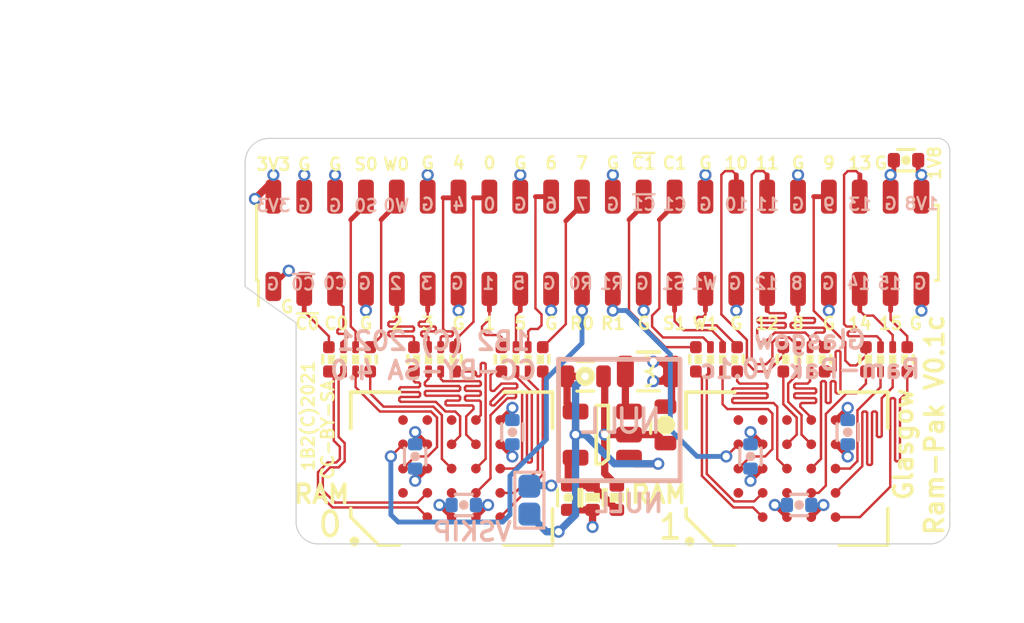
<source format=kicad_pcb>
(kicad_pcb (version 20221018) (generator pcbnew)
  (title_block (title "Glasgow Ram-Pak") (rev "V0.1c") (company "1BitSquared") (comment 1 "(C) 2021 1BitSquared") (comment 2 "(C) 2021 Piotr Esden-Tempski") (comment 3 "License: CC-BY-SA 4.0"))
  (layers (0 "F.Cu" signal) (1 "In1.Cu" signal) (2 "In2.Cu" signal) (31 "B.Cu" signal) (34 "B.Paste" user) (35 "F.Paste" user) (36 "B.SilkS" user "B.Silkscreen") (37 "F.SilkS" user "F.Silkscreen") (38 "B.Mask" user) (39 "F.Mask" user) (44 "Edge.Cuts" user))
  (net 0 "")
  (net 1 "GND")
  (net 2 "+3V3")
  (net 3 "+1V8")
  (net 4 "/DQ4")
  (net 5 "Net-(U2-PadC5)")
  (net 6 "Net-(U2-PadB5)")
  (net 7 "Net-(U2-PadA5)")
  (net 8 "/DQ3")
  (net 9 "/DQ2")
  (net 10 "/DQ5")
  (net 11 "/DQ0")
  (net 12 "/~{CS0}")
  (net 13 "/DQ6")
  (net 14 "/DQ1")
  (net 15 "Net-(U2-PadC2)")
  (net 16 "Net-(U2-PadA2)")
  (net 17 "/DQ7")
  (net 18 "/~{CS1}")
  (net 19 "/DQ12")
  (net 20 "/DQ11")
  (net 21 "/DQ10")
  (net 22 "/DQ13")
  (net 23 "/DQ8")
  (net 24 "/DQ14")
  (net 25 "/DQ9")
  (net 26 "/DQ15")
  (net 27 "/RWDS1")
  (net 28 "/RWDS0")
  (net 29 "Net-(U3-PadC5)")
  (net 30 "Net-(U3-PadB5)")
  (net 31 "Net-(U3-PadA5)")
  (net 32 "Net-(U3-PadC2)")
  (net 33 "Net-(U3-PadA2)")
  (net 34 "Net-(C3-Pad2)")
  (net 35 "Net-(L1-Pad2)")
  (net 36 "/DQ15x")
  (net 37 "/DQ13x")
  (net 38 "/DQ14x")
  (net 39 "/DQ9x")
  (net 40 "/DQ8x")
  (net 41 "/DQ11x")
  (net 42 "/DQ12x")
  (net 43 "/DQ10x")
  (net 44 "/RWDS1x")
  (net 45 "/~{CS1x}")
  (net 46 "/~{RESET1}")
  (net 47 "/DQ7x")
  (net 48 "/~{RESET0}")
  (net 49 "/DQ6x")
  (net 50 "/DQ5x")
  (net 51 "/DQ0x")
  (net 52 "/DQ1x")
  (net 53 "/DQ4x")
  (net 54 "/DQ3x")
  (net 55 "/RWDS0x")
  (net 56 "/DQ2x")
  (net 57 "/~{CS0x}")
  (net 58 "/CK1x_P")
  (net 59 "/CK1x_N")
  (net 60 "/CK0x_P")
  (net 61 "/CK0x_N")
  (net 62 "/CK0_N")
  (net 63 "/CK0_P")
  (net 64 "/CK1_N")
  (net 65 "/CK1_P")
  (footprint "pkl_dipol:R_Array_Convex_4x0402" (layer "F.Cu") (at 29.8 34.8 -90)
    (fp_text reference "R1")
    (fp_text value "22R")
  )
  (footprint "pkl_housings_bga:BGA-24_5x5_6.0x8.0mm" (layer "F.Cu") (at 34 39.3 90)
    (fp_text reference "U2")
    (fp_text value "W957D8MFYA5I")
  )
  (footprint "pkl_dipol:C_0402" (layer "F.Cu") (at 52.7 26.6 180)
    (fp_text reference "C4")
    (fp_text value "1u")
  )
  (footprint "pkl_pin_sockets:PinSocket_2x22_P1.27mm_Vertical_Pass-Through__SMD" (layer "F.Cu") (at 40 30 90)
    (fp_text reference "J1")
    (fp_text value "PinHeader_2x22_P1.27mm")
  )
  (footprint "pkl_dipol:R_Array_Convex_4x0402" (layer "F.Cu") (at 36.9 34.8 -90)
    (fp_text reference "R3")
    (fp_text value "22R")
  )
  (footprint "pkl_dipol:R_Array_Convex_4x0402" (layer "F.Cu") (at 44.9 34.8 -90)
    (fp_text reference "R4")
    (fp_text value "22R")
  )
  (footprint "pkl_dipol:R_Array_Convex_4x0402" (layer "F.Cu") (at 48.5 34.8 -90)
    (fp_text reference "R5")
    (fp_text value "22R")
  )
  (footprint "pkl_dipol:C_0603" (layer "F.Cu") (at 39.5 35.5)
    (fp_text reference "C1")
    (fp_text value "4u7")
  )
  (footprint "pkl_dipol:C_0603" (layer "F.Cu") (at 42.8 37.5 -90)
    (fp_text reference "C2")
    (fp_text value "10u")
  )
  (footprint "pkl_dipol:C_0402" (layer "F.Cu") (at 38.8 40.5 90)
    (fp_text reference "C3")
    (fp_text value "6p8")
  )
  (footprint "pkl_dipol:L_0805" (layer "F.Cu") (at 42.1 35.3 180)
    (fp_text reference "L1")
    (fp_text value "2u2")
  )
  (footprint "pkl_dipol:R_0402" (layer "F.Cu") (at 39.8 40.5 90)
    (fp_text reference "R7")
    (fp_text value "20k")
  )
  (footprint "pkl_dipol:R_0402" (layer "F.Cu") (at 40.8 40.5 90)
    (fp_text reference "R8")
    (fp_text value "10k")
  )
  (footprint "pkl_housings_sot:SOT-23-5" (layer "F.Cu") (at 40.2 37.9)
    (fp_text reference "U1")
    (fp_text value "TLV62568DBV")
  )
  (footprint "pkl_dipol:R_Array_Convex_4x0402" (layer "F.Cu") (at 33.3 34.8 -90)
    (fp_text reference "R2")
    (fp_text value "22R")
  )
  (footprint "pkl_housings_bga:BGA-24_5x5_6.0x8.0mm" (layer "F.Cu") (at 47.8 39.3 90)
    (fp_text reference "U3")
    (fp_text value "W957D8MFYA5I")
  )
  (footprint "pkl_dipol:R_Array_Convex_4x0402" (layer "F.Cu") (at 51.9 34.8 -90)
    (fp_text reference "R6")
    (fp_text value "22R")
  )
  (footprint "kikit:Tab" (layer "F.Cu") (at 24.5 29.2)
    (fp_text reference "REF**" hide)
    (fp_text value "Tab" hide)
  )
  (footprint "kikit:Tab" (layer "F.Cu") (at 55.6 29.2 180)
    (fp_text reference "REF**" hide)
    (fp_text value "Tab" hide)
  )
  (footprint "kikit:Tab" (layer "F.Cu") (at 40 24.4 -90)
    (fp_text reference "REF**" hide)
    (fp_text value "Tab" hide)
  )
  (footprint "kikit:Tab" (layer "F.Cu") (at 40 43.7 90)
    (fp_text reference "REF**" hide)
    (fp_text value "Tab" hide)
  )
  (footprint "pkl_dipol:C_0402" (layer "B.Cu") (at 34.5 40.8 180)
    (fp_text reference "C5")
    (fp_text value "100n")
  )
  (footprint "pkl_dipol:C_0402" (layer "B.Cu") (at 36.5 37.8 90)
    (fp_text reference "C6")
    (fp_text value "100n")
  )
  (footprint "pkl_dipol:C_0402" (layer "B.Cu") (at 32.5 38.8 -90)
    (fp_text reference "C7")
    (fp_text value "100n")
  )
  (footprint "pkl_dipol:C_0402" (layer "B.Cu") (at 50.3 37.8 90)
    (fp_text reference "C9")
    (fp_text value "100n")
  )
  (footprint "pkl_dipol:C_0402" (layer "B.Cu") (at 48.3 40.8 180)
    (fp_text reference "C8")
    (fp_text value "100n")
  )
  (footprint "pkl_dipol:C_0402" (layer "B.Cu") (at 46.3 38.8 -90)
    (fp_text reference "C10")
    (fp_text value "100n")
  )
  (footprint "pkl_logos:null_Logo_SilkS_5mm" (layer "B.Cu") (at 40.9 37.3 180)
    (fp_text reference "REF**" hide)
    (fp_text value "null_Logo_SilkS_5mm" hide)
  )
  (footprint "pkl_jumpers:J_0603" (layer "B.Cu") (at 37.2 40.6 90)
    (fp_text reference "J2")
    (fp_text value "pkl_jumper" hide)
  )
  (gr_line (start 53.7 42.4) (end 28.5 42.4) (stroke (width 0.05)) (layer "Edge.Cuts"))
  (gr_line (start 54.5 34.3) (end 54.5 41.6) (stroke (width 0.05)) (layer "Edge.Cuts"))
  (gr_arc (start 54.5 41.6) (mid 54.265685 42.165685) (end 53.7 42.4) (stroke (width 0.05)) (layer "Edge.Cuts"))
  (gr_arc (start 28.5 42.4) (mid 27.863604 42.136396) (end 27.6 41.5) (stroke (width 0.05)) (layer "Edge.Cuts"))
  (gr_line (start 25.5 31.8) (end 27.6 33.3) (stroke (width 0.05)) (layer "Edge.Cuts"))
  (gr_line (start 27.6 33.3) (end 27.6 41.5) (stroke (width 0.05)) (layer "Edge.Cuts"))
  (gr_arc (start 25.5 26.7) (mid 25.792893 25.992893) (end 26.5 25.7) (stroke (width 0.05)) (layer "Edge.Cuts"))
  (gr_line (start 26.5 25.7) (end 54 25.7) (stroke (width 0.05)) (layer "Edge.Cuts"))
  (gr_line (start 25.5 26.7) (end 25.5 31.8) (stroke (width 0.05)) (layer "Edge.Cuts"))
  (gr_arc (start 54 25.7) (mid 54.353553 25.846447) (end 54.5 26.2) (stroke (width 0.05)) (layer "Edge.Cuts"))
  (gr_line (start 54.5 26.2) (end 54.5 34.3) (stroke (width 0.05)) (layer "Edge.Cuts"))
  (gr_text "1B2 (C) 2021\nCC-BY-SA 4.0" (at 33.25 34.65) (layer "B.SilkS") (effects (font (size 0.75 0.75)) (justify mirror)))
  (gr_text "Glasgow\nRam-Pak V0.1c" (at 48.75 34.6) (layer "B.SilkS") (effects (font (size 0.75 0.75)) (justify mirror)))
  (gr_text "G" (at 26.65 31.7) (layer "B.SilkS") (effects (font (size 0.5 0.5) (thickness 0.1)) (justify mirror)))
  (gr_text "~{C0}" (at 27.9 31.7) (layer "B.SilkS") (effects (font (size 0.5 0.5) (thickness 0.1)) (justify mirror)))
  (gr_text "C0" (at 29.2092 31.67) (layer "B.SilkS") (effects (font (size 0.5 0.5) (thickness 0.1)) (justify mirror)))
  (gr_text "G" (at 30.4284 31.67) (layer "B.SilkS") (effects (font (size 0.5 0.5) (thickness 0.1)) (justify mirror)))
  (gr_text "2" (at 31.6984 31.67) (layer "B.SilkS") (effects (font (size 0.5 0.5) (thickness 0.1)) (justify mirror)))
  (gr_text "3" (at 32.9684 31.67) (layer "B.SilkS") (effects (font (size 0.5 0.5) (thickness 0.1)) (justify mirror)))
  (gr_text "G" (at 34.2384 31.67) (layer "B.SilkS") (effects (font (size 0.5 0.5) (thickness 0.1)) (justify mirror)))
  (gr_text "1" (at 35.5084 31.67) (layer "B.SilkS") (effects (font (size 0.5 0.5) (thickness 0.1)) (justify mirror)))
  (gr_text "5" (at 36.7784 31.67) (layer "B.SilkS") (effects (font (size 0.5 0.5) (thickness 0.1)) (justify mirror)))
  (gr_text "G" (at 38.023 31.67) (layer "B.SilkS") (effects (font (size 0.5 0.5) (thickness 0.1)) (justify mirror)))
  (gr_text "R0" (at 39.3184 31.67) (layer "B.SilkS") (effects (font (size 0.5 0.5) (thickness 0.1)) (justify mirror)))
  (gr_text "R1" (at 40.5884 31.67) (layer "B.SilkS") (effects (font (size 0.5 0.5) (thickness 0.1)) (justify mirror)))
  (gr_text "G" (at 41.8584 31.67) (layer "B.SilkS") (effects (font (size 0.5 0.5) (thickness 0.1)) (justify mirror)))
  (gr_text "S1" (at 43.1284 31.67) (layer "B.SilkS") (effects (font (size 0.5 0.5) (thickness 0.1)) (justify mirror)))
  (gr_text "W1" (at 44.3984 31.67) (layer "B.SilkS") (effects (font (size 0.5 0.5) (thickness 0.1)) (justify mirror)))
  (gr_text "G" (at 45.6684 31.67) (layer "B.SilkS") (effects (font (size 0.5 0.5) (thickness 0.1)) (justify mirror)))
  (gr_text "12" (at 46.9384 31.67) (layer "B.SilkS") (effects (font (size 0.5 0.5) (thickness 0.1)) (justify mirror)))
  (gr_text "8" (at 48.2084 31.67) (layer "B.SilkS") (effects (font (size 0.5 0.5) (thickness 0.1)) (justify mirror)))
  (gr_text "G" (at 49.5038 31.67) (layer "B.SilkS") (effects (font (size 0.5 0.5) (thickness 0.1)) (justify mirror)))
  (gr_text "14" (at 50.7484 31.67) (layer "B.SilkS") (effects (font (size 0.5 0.5) (thickness 0.1)) (justify mirror)))
  (gr_text "15" (at 52.0184 31.67) (layer "B.SilkS") (effects (font (size 0.5 0.5) (thickness 0.1)) (justify mirror)))
  (gr_text "G" (at 53.2884 31.67) (layer "B.SilkS") (effects (font (size 0.5 0.5) (thickness 0.1)) (justify mirror)))
  (gr_text "3V3" (at 26.6684 28.4668) (layer "B.SilkS") (effects (font (size 0.5 0.5) (thickness 0.1)) (justify mirror)))
  (gr_text "G" (at 27.9384 28.4668) (layer "B.SilkS") (effects (font (size 0.5 0.5) (thickness 0.1)) (justify mirror)))
  (gr_text "G" (at 29.2084 28.4668) (layer "B.SilkS") (effects (font (size 0.5 0.5) (thickness 0.1)) (justify mirror)))
  (gr_text "S0" (at 30.4784 28.4668) (layer "B.SilkS") (effects (font (size 0.5 0.5) (thickness 0.1)) (justify mirror)))
  (gr_text "W0" (at 31.723 28.4668) (layer "B.SilkS") (effects (font (size 0.5 0.5) (thickness 0.1)) (justify mirror)))
  (gr_text "G" (at 33.0184 28.416) (layer "B.SilkS") (effects (font (size 0.5 0.5) (thickness 0.1)) (justify mirror)))
  (gr_text "4" (at 34.2884 28.416) (layer "B.SilkS") (effects (font (size 0.5 0.5) (thickness 0.1)) (justify mirror)))
  (gr_text "0" (at 35.5584 28.416) (layer "B.SilkS") (effects (font (size 0.5 0.5) (thickness 0.1)) (justify mirror)))
  (gr_text "G" (at 36.8284 28.416) (layer "B.SilkS") (effects (font (size 0.5 0.5) (thickness 0.1)) (justify mirror)))
  (gr_text "6" (at 38.0984 28.416) (layer "B.SilkS") (effects (font (size 0.5 0.5) (thickness 0.1)) (justify mirror)))
  (gr_text "7" (at 39.3684 28.416) (layer "B.SilkS") (effects (font (size 0.5 0.5) (thickness 0.1)) (justify mirror)))
  (gr_text "G" (at 40.6384 28.416) (layer "B.SilkS") (effects (font (size 0.5 0.5) (thickness 0.1)) (justify mirror)))
  (gr_text "~{C1}" (at 41.9084 28.416) (layer "B.SilkS") (effects (font (size 0.5 0.5) (thickness 0.1)) (justify mirror)))
  (gr_text "C1" (at 43.1784 28.416) (layer "B.SilkS") (effects (font (size 0.5 0.5) (thickness 0.1)) (justify mirror)))
  (gr_text "G" (at 44.4484 28.416) (layer "B.SilkS") (effects (font (size 0.5 0.5) (thickness 0.1)) (justify mirror)))
  (gr_text "10" (at 45.7184 28.416) (layer "B.SilkS") (effects (font (size 0.5 0.5) (thickness 0.1)) (justify mirror)))
  (gr_text "11" (at 46.9884 28.416) (layer "B.SilkS") (effects (font (size 0.5 0.5) (thickness 0.1)) (justify mirror)))
  (gr_text "G" (at 48.2584 28.416) (layer "B.SilkS") (effects (font (size 0.5 0.5) (thickness 0.1)) (justify mirror)))
  (gr_text "9" (at 49.5284 28.416) (layer "B.SilkS") (effects (font (size 0.5 0.5) (thickness 0.1)) (justify mirror)))
  (gr_text "13" (at 50.7984 28.416) (layer "B.SilkS") (effects (font (size 0.5 0.5) (thickness 0.1)) (justify mirror)))
  (gr_text "G" (at 52.0684 28.3906) (layer "B.SilkS") (effects (font (size 0.5 0.5) (thickness 0.1)) (justify mirror)))
  (gr_text "1V8" (at 53.3384 28.3906) (layer "B.SilkS") (effects (font (size 0.5 0.5) (thickness 0.1)) (justify mirror)))
  (gr_text "VSKIP" (at 34.85 41.9) (layer "B.SilkS") (effects (font (size 0.75 0.75)) (justify mirror)))
  (gr_text "NULL" (at 41.3 40.7258) (layer "B.SilkS") (effects (font (size 0.75 0.75)) (justify mirror)))
  (gr_text "Glasgow" (at 52.6 38.3 90) (layer "F.SilkS") (effects (font (size 0.75 0.75))))
  (gr_text "C0" (at 29.2592 33.32) (layer "F.SilkS") (effects (font (size 0.5 0.5) (thickness 0.1))))
  (gr_text "G" (at 30.4784 33.32) (layer "F.SilkS") (effects (font (size 0.5 0.5) (thickness 0.1))))
  (gr_text "2" (at 31.7484 33.32) (layer "F.SilkS") (effects (font (size 0.5 0.5) (thickness 0.1))))
  (gr_text "G" (at 27.2272 32.6342) (layer "F.SilkS") (effects (font (size 0.5 0.5) (thickness 0.1))))
  (gr_text "RAM" (at 28.6496 40.3558) (layer "F.SilkS") (effects (font (size 0.75 0.75))))
  (gr_text "RAM" (at 42.518 40.3558) (layer "F.SilkS") (effects (font (size 0.75 0.75))))
  (gr_text "W0" (at 31.723 26.7668) (layer "F.SilkS") (effects (font (size 0.5 0.5) (thickness 0.1))))
  (gr_text "G" (at 33.0184 26.716) (layer "F.SilkS") (effects (font (size 0.5 0.5) (thickness 0.1))))
  (gr_text "G" (at 34.2884 33.32) (layer "F.SilkS") (effects (font (size 0.5 0.5) (thickness 0.1))))
  (gr_text "G" (at 38.0984 33.32) (layer "F.SilkS") (effects (font (size 0.5 0.5) (thickness 0.1))))
  (gr_text "G" (at 41.9084 33.32) (layer "F.SilkS") (effects (font (size 0.5 0.5) (thickness 0.1))))
  (gr_text "G" (at 45.7184 33.32) (layer "F.SilkS") (effects (font (size 0.5 0.5) (thickness 0.1))))
  (gr_text "G" (at 49.5284 33.32) (layer "F.SilkS") (effects (font (size 0.5 0.5) (thickness 0.1))))
  (gr_text "G" (at 53.1 33.32) (layer "F.SilkS") (effects (font (size 0.5 0.5) (thickness 0.1))))
  (gr_text "G" (at 27.9384 26.7668) (layer "F.SilkS") (effects (font (size 0.5 0.5) (thickness 0.1))))
  (gr_text "3V3" (at 26.6684 26.7668) (layer "F.SilkS") (effects (font (size 0.5 0.5) (thickness 0.1))))
  (gr_text "G" (at 29.2084 26.7668) (layer "F.SilkS") (effects (font (size 0.5 0.5) (thickness 0.1))))
  (gr_text "S0" (at 30.4784 26.7668) (layer "F.SilkS") (effects (font (size 0.5 0.5) (thickness 0.1))))
  (gr_text "G" (at 36.8284 26.716) (layer "F.SilkS") (effects (font (size 0.5 0.5) (thickness 0.1))))
  (gr_text "G" (at 40.6384 26.716) (layer "F.SilkS") (effects (font (size 0.5 0.5) (thickness 0.1))))
  (gr_text "G" (at 44.4484 26.716) (layer "F.SilkS") (effects (font (size 0.5 0.5) (thickness 0.1))))
  (gr_text "G" (at 48.2584 26.716) (layer "F.SilkS") (effects (font (size 0.5 0.5) (thickness 0.1))))
  (gr_text "G" (at 51.662 26.716) (layer "F.SilkS") (effects (font (size 0.5 0.5) (thickness 0.1))))
  (gr_text "1V8" (at 53.8718 26.716 90) (layer "F.SilkS") (effects (font (size 0.5 0.5) (thickness 0.1))))
  (gr_text "3" (at 33.0184 33.32) (layer "F.SilkS") (effects (font (size 0.5 0.5) (thickness 0.1))))
  (gr_text "1" (at 35.5584 33.32) (layer "F.SilkS") (effects (font (size 0.5 0.5) (thickness 0.1))))
  (gr_text "5" (at 36.8284 33.32) (layer "F.SilkS") (effects (font (size 0.5 0.5) (thickness 0.1))))
  (gr_text "R0" (at 39.3684 33.32) (layer "F.SilkS") (effects (font (size 0.5 0.5) (thickness 0.1))))
  (gr_text "R1" (at 40.6384 33.32) (layer "F.SilkS") (effects (font (size 0.5 0.5) (thickness 0.1))))
  (gr_text "S1" (at 43.1784 33.32) (layer "F.SilkS") (effects (font (size 0.5 0.5) (thickness 0.1))))
  (gr_text "W1" (at 44.4484 33.32) (layer "F.SilkS") (effects (font (size 0.5 0.5) (thickness 0.1))))
  (gr_text "12" (at 46.9884 33.32) (layer "F.SilkS") (effects (font (size 0.5 0.5) (thickness 0.1))))
  (gr_text "8" (at 48.2584 33.32) (layer "F.SilkS") (effects (font (size 0.5 0.5) (thickness 0.1))))
  (gr_text "14" (at 50.7984 33.32) (layer "F.SilkS") (effects (font (size 0.5 0.5) (thickness 0.1))))
  (gr_text "15" (at 52.0684 33.32) (layer "F.SilkS") (effects (font (size 0.5 0.5) (thickness 0.1))))
  (gr_text "4" (at 34.2884 26.716) (layer "F.SilkS") (effects (font (size 0.5 0.5) (thickness 0.1))))
  (gr_text "0" (at 35.5584 26.716) (layer "F.SilkS") (effects (font (size 0.5 0.5) (thickness 0.1))))
  (gr_text "6" (at 38.0984 26.716) (layer "F.SilkS") (effects (font (size 0.5 0.5) (thickness 0.1))))
  (gr_text "7" (at 39.3684 26.716) (layer "F.SilkS") (effects (font (size 0.5 0.5) (thickness 0.1))))
  (gr_text "~{C1}" (at 41.9084 26.716) (layer "F.SilkS") (effects (font (size 0.5 0.5) (thickness 0.1))))
  (gr_text "C1" (at 43.1784 26.716) (layer "F.SilkS") (effects (font (size 0.5 0.5) (thickness 0.1))))
  (gr_text "10" (at 45.7184 26.716) (layer "F.SilkS") (effects (font (size 0.5 0.5) (thickness 0.1))))
  (gr_text "11" (at 46.9884 26.716) (layer "F.SilkS") (effects (font (size 0.5 0.5) (thickness 0.1))))
  (gr_text "9" (at 49.5284 26.716) (layer "F.SilkS") (effects (font (size 0.5 0.5) (thickness 0.1))))
  (gr_text "13" (at 50.7984 26.716) (layer "F.SilkS") (effects (font (size 0.5 0.5) (thickness 0.1))))
  (gr_text "   1B2(C)2021\nCC-BY-SA" (at 28.5 37.7 90) (layer "F.SilkS") (effects (font (size 0.5 0.5) (thickness 0.1))))
  (gr_text "~{C0}" (at 28.0654 33.32) (layer "F.SilkS") (effects (font (size 0.5 0.5) (thickness 0.1))))
  (gr_text "0" (at 29 41.6) (layer "F.SilkS") (effects (font (size 1 1))))
  (gr_text "1" (at 43 41.7) (layer "F.SilkS") (effects (font (size 1 1))))
  (gr_text "Ram-Pak V0.1c" (at 53.8718 37.5 90) (layer "F.SilkS") (effects (font (size 0.75 0.75))))
  (segment (start 40.3 37.9) (end 41.3 37.9) (width 0.3) (layer "F.Cu") (net 1))
  (segment (start 46.3 39.8) (end 46.8 39.3) (width 0.2) (layer "F.Cu") (net 1))
  (segment (start 49.8 37.3) (end 50.3 36.8) (width 0.2) (layer "F.Cu") (net 1))
  (segment (start 47.8 41.3) (end 47.3 40.8) (width 0.2) (layer "F.Cu") (net 1))
  (segment (start 52.065 28.15) (end 52.065 27.205998) (width 0.2) (layer "F.Cu") (net 1))
  (segment (start 45.715 31.85) (end 45.715 32.794) (width 0.2) (layer "F.Cu") (net 1))
  (segment (start 33.50001 40.80001) (end 33.50001 40.8) (width 0.2) (layer "F.Cu") (net 1))
  (segment (start 40.3 35.55) (end 40.3 37.9) (width 0.3) (layer "F.Cu") (net 1))
  (segment (start 44.445 28.15) (end 44.445 27.206) (width 0.2) (layer "F.Cu") (net 1))
  (segment (start 30.475 31.85) (end 30.475 32.789998) (width 0.2) (layer "F.Cu") (net 1))
  (segment (start 27.265 31.15) (end 26.665 31.75) (width 0.2) (layer "F.Cu") (net 1))
  (segment (start 49.525 31.85) (end 49.525 32.794) (width 0.2) (layer "F.Cu") (net 1))
  (segment (start 27.3 31.15) (end 27.265 31.15) (width 0.2) (layer "F.Cu") (net 1))
  (segment (start 52.2 27.070998) (end 52.065 27.205998) (width 0.2) (layer "F.Cu") (net 1))
  (segment (start 40.25 35.5) (end 40.3 35.55) (width 0.3) (layer "F.Cu") (net 1))
  (segment (start 53.335 31.85) (end 53.335 32.794) (width 0.2) (layer "F.Cu") (net 1))
  (segment (start 38.095 31.85) (end 38.095 32.790002) (width 0.2) (layer "F.Cu") (net 1))
  (segment (start 33 39.3) (end 32.5 39.8) (width 0.2) (layer "F.Cu") (net 1))
  (segment (start 40.3 39.5) (end 40.8 40) (width 0.3) (layer "F.Cu") (net 1))
  (segment (start 36 37.3) (end 36.5 36.8) (width 0.2) (layer "F.Cu") (net 1))
  (segment (start 48.255 28.15) (end 48.255 27.205982) (width 0.2) (layer "F.Cu") (net 1))
  (segment (start 40.635 28.15) (end 40.635 27.206) (width 0.2) (layer "F.Cu") (net 1))
  (segment (start 52.2 26.6) (end 52.2 27.070998) (width 0.2) (layer "F.Cu") (net 1))
  (segment (start 33.015 28.15) (end 33.015 27.206) (width 0.2) (layer "F.Cu") (net 1))
  (segment (start 42.45 37.9) (end 42.8 38.25) (width 0.3) (layer "F.Cu") (net 1))
  (segment (start 36.825 27.2094) (end 36.8284 27.206) (width 0.2) (layer "F.Cu") (net 1))
  (segment (start 41.3 37.9) (end 42.45 37.9) (width 0.3) (layer "F.Cu") (net 1))
  (segment (start 41.905 31.85) (end 41.905 32.789978) (width 0.2) (layer "F.Cu") (net 1))
  (segment (start 29.205 28.15) (end 29.205 27.206018) (width 0.2) (layer "F.Cu") (net 1))
  (segment (start 40.3 37.9) (end 40.3 39.5) (width 0.3) (layer "F.Cu") (net 1))
  (segment (start 34.285 31.85) (end 34.285 32.79) (width 0.2) (layer "F.Cu") (net 1))
  (segment (start 36.825 28.15) (end 36.825 27.2094) (width 0.2) (layer "F.Cu") (net 1))
  (segment (start 34 41.3) (end 33.50001 40.80001) (width 0.2) (layer "F.Cu") (net 1))
  (segment (start 27.935 28.15) (end 27.935 27.206) (width 0.2) (layer "F.Cu") (net 1))
  (via (at 46.3 39.8) (size 0.5) (drill 0.3) (layers "F.Cu" "B.Cu") (net 1))
  (via (at 50.3 36.8) (size 0.5) (drill 0.3) (layers "F.Cu" "B.Cu") (net 1))
  (via (at 36.8284 27.206) (size 0.5) (drill 0.3) (layers "F.Cu" "B.Cu") (net 1))
  (via (at 34.285 32.79) (size 0.5) (drill 0.3) (layers "F.Cu" "B.Cu") (net 1))
  (via (at 47.3 40.8) (size 0.5) (drill 0.3) (layers "F.Cu" "B.Cu") (net 1))
  (via (at 32.5 39.8) (size 0.5) (drill 0.3) (layers "F.Cu" "B.Cu") (net 1))
  (via (at 48.255 27.205982) (size 0.5) (drill 0.3) (layers "F.Cu" "B.Cu") (net 1))
  (via (at 41.905 32.789978) (size 0.5) (drill 0.3) (layers "F.Cu" "B.Cu") (net 1))
  (via (at 52.065 27.205998) (size 0.5) (drill 0.3) (layers "F.Cu" "B.Cu") (net 1))
  (via (at 38.095 32.790002) (size 0.5) (drill 0.3) (layers "F.Cu" "B.Cu") (net 1))
  (via (at 36.5 36.8) (size 0.5) (drill 0.3) (layers "F.Cu" "B.Cu") (net 1))
  (via (at 27.935 27.206) (size 0.5) (drill 0.3) (layers "F.Cu" "B.Cu") (net 1))
  (via (at 33.50001 40.8) (size 0.5) (drill 0.3) (layers "F.Cu" "B.Cu") (net 1))
  (via (at 45.715 32.794) (size 0.5) (drill 0.3) (layers "F.Cu" "B.Cu") (net 1))
  (via (at 49.525 32.794) (size 0.5) (drill 0.3) (layers "F.Cu" "B.Cu") (net 1))
  (via (at 30.475 32.789998) (size 0.5) (drill 0.3) (layers "F.Cu" "B.Cu") (net 1))
  (via (at 33.015 27.206) (size 0.5) (drill 0.3) (layers "F.Cu" "B.Cu") (net 1))
  (via (at 40.635 27.206) (size 0.5) (drill 0.3) (layers "F.Cu" "B.Cu") (net 1))
  (via (at 53.335 32.794) (size 0.5) (drill 0.3) (layers "F.Cu" "B.Cu") (net 1))
  (via (at 44.445 27.206) (size 0.5) (drill 0.3) (layers "F.Cu" "B.Cu") (net 1))
  (via (at 40.3 37.9) (size 0.5) (drill 0.3) (layers "F.Cu" "B.Cu") (net 1))
  (via (at 29.205 27.206018) (size 0.5) (drill 0.3) (layers "F.Cu" "B.Cu") (net 1))
  (via (at 27.3 31.15) (size 0.5) (drill 0.3) (layers "F.Cu" "B.Cu") (net 1))
  (segment (start 33.50001 40.80001) (end 33.50001 40.8) (width 0.2) (layer "B.Cu") (net 1))
  (segment (start 47.8 40.8) (end 47.3 40.8) (width 0.2) (layer "B.Cu") (net 1))
  (segment (start 46.3 39.3) (end 46.3 39.8) (width 0.2) (layer "B.Cu") (net 1))
  (segment (start 32.5 39.3) (end 32.5 39.8) (width 0.2) (layer "B.Cu") (net 1))
  (segment (start 36.5 37.3) (end 36.5 36.8) (width 0.2) (layer "B.Cu") (net 1))
  (segment (start 50.3 36.8) (end 50.3 37.3) (width 0.2) (layer "B.Cu") (net 1))
  (segment (start 34 40.8) (end 33.50001 40.8) (width 0.2) (layer "B.Cu") (net 1))
  (segment (start 38.75 35.5) (end 39.500006 35.5) (width 0.3) (layer "F.Cu") (net 2))
  (segment (start 41 38.85) (end 41.3 38.85) (width 0.3) (layer "F.Cu") (net 2))
  (segment (start 38.75 35.5) (end 38.75 36.6) (width 0.3) (layer "F.Cu") (net 2))
  (segment (start 41.55 39.1) (end 41.3 38.85) (width 0.3) (layer "F.Cu") (net 2))
  (segment (start 38.75 36.6) (end 39.1 36.95) (width 0.3) (layer "F.Cu") (net 2))
  (segment (start 26.665 27.437) (end 26.665 27.20602) (width 0.3) (layer "F.Cu") (net 2))
  (segment (start 39.1 36.95) (end 39.1 37.9) (width 0.3) (layer "F.Cu") (net 2))
  (segment (start 39.05 36.9) (end 39.1 36.95) (width 0.3) (layer "F.Cu") (net 2))
  (segment (start 25.908 28.194) (end 26.665 27.437) (width 0.3) (layer "F.Cu") (net 2))
  (segment (start 42.5 39.1) (end 41.55 39.1) (width 0.3) (layer "F.Cu") (net 2))
  (via (at 38.4 41.9) (size 0.5) (drill 0.3) (layers "F.Cu" "B.Cu") (net 2))
  (via (at 39.1 37.9) (size 0.5) (drill 0.3) (layers "F.Cu" "B.Cu") (net 2))
  (via (at 25.908 28.194) (size 0.5) (drill 0.3) (layers "F.Cu" "B.Cu") (net 2))
  (via (at 42.5 39.1) (size 0.5) (drill 0.3) (layers "F.Cu" "B.Cu") (net 2))
  (via (at 26.665 27.20602) (size 0.5) (drill 0.3) (layers "F.Cu" "B.Cu") (net 2))
  (via (at 39.500006 35.5) (size 0.5) (drill 0.3) (layers "F.Cu" "B.Cu") (net 2))
  (segment (start 37.2 41.2) (end 37.9 41.9) (width 0.3) (layer "B.Cu") (net 2))
  (segment (start 39.5 37.9) (end 40.7 39.1) (width 0.3) (layer "B.Cu") (net 2))
  (segment (start 40.7 39.1) (end 42.5 39.1) (width 0.3) (layer "B.Cu") (net 2))
  (segment (start 38.4 41.9) (end 39.1 41.2) (width 0.3) (layer "B.Cu") (net 2))
  (segment (start 39.1 37.9) (end 39.5 37.9) (width 0.3) (layer "B.Cu") (net 2))
  (segment (start 37.9 41.9) (end 38.4 41.9) (width 0.3) (layer "B.Cu") (net 2))
  (segment (start 39.1 35.900006) (end 39.500006 35.5) (width 0.3) (layer "B.Cu") (net 2))
  (segment (start 39.1 41.2) (end 39.1 35.900006) (width 0.3) (layer "B.Cu") (net 2))
  (segment (start 46.8 38.3) (end 46.3 37.8) (width 0.2) (layer "F.Cu") (net 3))
  (segment (start 50.3 38.8) (end 49.8 38.3) (width 0.2) (layer "F.Cu") (net 3))
  (segment (start 32.5 37.8) (end 32.5 37.799992) (width 0.2) (layer "F.Cu") (net 3))
  (segment (start 43.05 35.3) (end 43.05 36.5) (width 0.3) (layer "F.Cu") (net 3))
  (segment (start 39.8 41) (end 39.8 41.7) (width 0.3) (layer "F.Cu") (net 3))
  (segment (start 43.05 35.3) (end 42.650008 35.699992) (width 0.3) (layer "F.Cu") (net 3))
  (segment (start 42.65 34.9) (end 42.299996 34.9) (width 0.3) (layer "F.Cu") (net 3))
  (segment (start 35 41.3) (end 35.250001 41.049997) (width 0.2) (layer "F.Cu") (net 3))
  (segment (start 53.2 26.6) (end 53.2 27.07104) (width 0.2) (layer "F.Cu") (net 3))
  (segment (start 42.650008 35.699992) (end 42.3 35.699992) (width 0.3) (layer "F.Cu") (net 3))
  (segment (start 48.8 41.3) (end 49.3 40.8) (width 0.2) (layer "F.Cu") (net 3))
  (segment (start 53.335 28.15) (end 53.335 27.20604) (width 0.2) (layer "F.Cu") (net 3))
  (segment (start 43.05 36.5) (end 42.8 36.75) (width 0.3) (layer "F.Cu") (net 3))
  (segment (start 36.5 38.8) (end 36 38.3) (width 0.2) (layer "F.Cu") (net 3))
  (segment (start 53.2 27.07104) (end 53.335 27.20604) (width 0.2) (layer "F.Cu") (net 3))
  (segment (start 43.05 35.3) (end 42.65 34.9) (width 0.3) (layer "F.Cu") (net 3))
  (segment (start 35.250001 41.049997) (end 35.5 40.799998) (width 0.2) (layer "F.Cu") (net 3))
  (segment (start 33 38.3) (end 32.5 37.8) (width 0.2) (layer "F.Cu") (net 3))
  (segment (start 38.8 41) (end 39.8 41) (width 0.3) (layer "F.Cu") (net 3))
  (via (at 46.3 37.8) (size 0.5) (drill 0.3) (layers "F.Cu" "B.Cu") (net 3))
  (via (at 50.3 38.8) (size 0.5) (drill 0.3) (layers "F.Cu" "B.Cu") (net 3))
  (via (at 36.5 38.8) (size 0.5) (drill 0.3) (layers "F.Cu" "B.Cu") (net 3))
  (via (at 53.335 27.20604) (size 0.5) (drill 0.3) (layers "F.Cu" "B.Cu") (net 3))
  (via (at 42.299996 34.9) (size 0.5) (drill 0.3) (layers "F.Cu" "B.Cu") (net 3))
  (via (at 42.3 35.699992) (size 0.5) (drill 0.3) (layers "F.Cu" "B.Cu") (net 3))
  (via (at 39.8 41.7) (size 0.5) (drill 0.3) (layers "F.Cu" "B.Cu") (net 3))
  (via (at 32.5 37.799992) (size 0.5) (drill 0.3) (layers "F.Cu" "B.Cu") (net 3))
  (via (at 35.5 40.799998) (size 0.5) (drill 0.3) (layers "F.Cu" "B.Cu") (net 3))
  (via (at 49.3 40.8) (size 0.5) (drill 0.3) (layers "F.Cu" "B.Cu") (net 3))
  (via (at 38.1 40) (size 0.5) (drill 0.3) (layers "F.Cu" "B.Cu") (net 3))
  (segment (start 32.5 38.3) (end 32.5 37.799992) (width 0.2) (layer "B.Cu") (net 3))
  (segment (start 35.000002 40.799998) (end 35 40.8) (width 0.2) (layer "B.Cu") (net 3))
  (segment (start 46.3 38.3) (end 46.3 37.8) (width 0.2) (layer "B.Cu") (net 3))
  (segment (start 32.519992 37.799992) (end 32.5 37.799992) (width 0.2) (layer "B.Cu") (net 3))
  (segment (start 35.5 40.799998) (end 35.000002 40.799998) (width 0.2) (layer "B.Cu") (net 3))
  (segment (start 36.5 38.3) (end 36.5 38.8) (width 0.2) (layer "B.Cu") (net 3))
  (segment (start 36.9 40) (end 38.1 40) (width 0.3) (layer "B.Cu") (net 3))
  (segment (start 50.3 38.8) (end 50.3 38.3) (width 0.2) (layer "B.Cu") (net 3))
  (segment (start 48.8 40.8) (end 49.3 40.8) (width 0.2) (layer "B.Cu") (net 3))
  (segment (start 34.6 36.3) (end 34.55 36.35) (width 0.1) (layer "F.Cu") (net 4))
  (segment (start 33.55 35.3) (end 33.55 35.6) (width 0.1) (layer "F.Cu") (net 4))
  (segment (start 35.2 35.85) (end 35.15 35.9) (width 0.1) (layer "F.Cu") (net 4))
  (segment (start 35.2 35.75) (end 35.2 35.85) (width 0.1) (layer "F.Cu") (net 4))
  (segment (start 35.15 36.1) (end 35.2 36.15) (width 0.1) (layer "F.Cu") (net 4))
  (segment (start 35.15 36.5) (end 35.2 36.55) (width 0.1) (layer "F.Cu") (net 4))
  (segment (start 34.55 36.45) (end 34.6 36.5) (width 0.1) (layer "F.Cu") (net 4))
  (segment (start 35.15 35.7) (end 35.2 35.75) (width 0.1) (layer "F.Cu") (net 4))
  (segment (start 35.2 36.25) (end 35.15 36.3) (width 0.1) (layer "F.Cu") (net 4))
  (segment (start 35.2 36.55) (end 35.2 37.1) (width 0.1) (layer "F.Cu") (net 4))
  (segment (start 34.6 36.5) (end 35.15 36.5) (width 0.1) (layer "F.Cu") (net 4))
  (segment (start 34.55 36.35) (end 34.55 36.45) (width 0.1) (layer "F.Cu") (net 4))
  (segment (start 33.55 35.6) (end 33.65 35.7) (width 0.1) (layer "F.Cu") (net 4))
  (segment (start 34.6 36.1) (end 35.15 36.1) (width 0.1) (layer "F.Cu") (net 4))
  (segment (start 34.55 36.05) (end 34.6 36.1) (width 0.1) (layer "F.Cu") (net 4))
  (segment (start 35.2 36.15) (end 35.2 36.25) (width 0.1) (layer "F.Cu") (net 4))
  (segment (start 35.15 36.3) (end 34.6 36.3) (width 0.1) (layer "F.Cu") (net 4))
  (segment (start 34.6 35.9) (end 34.55 35.95) (width 0.1) (layer "F.Cu") (net 4))
  (segment (start 35.2 37.1) (end 35 37.3) (width 0.1) (layer "F.Cu") (net 4))
  (segment (start 33.65 35.7) (end 35.15 35.7) (width 0.1) (layer "F.Cu") (net 4))
  (segment (start 34.55 35.95) (end 34.55 36.05) (width 0.1) (layer "F.Cu") (net 4))
  (segment (start 35.15 35.9) (end 34.6 35.9) (width 0.1) (layer "F.Cu") (net 4))
  (segment (start 34.9 36.75) (end 34.85 36.7) (width 0.1) (layer "F.Cu") (net 8))
  (segment (start 33.8 36.5) (end 34.3 36.5) (width 0.1) (layer "F.Cu") (net 8))
  (segment (start 34.3 36.3) (end 32.95 36.3) (width 0.1) (layer "F.Cu") (net 8))
  (segment (start 33.8 36.7) (end 33.75 36.65) (width 0.1) (layer "F.Cu") (net 8))
  (segment (start 32.9 36.25) (end 32.9 36.15) (width 0.1) (layer "F.Cu") (net 8))
  (segment (start 34.35 35.95) (end 34.3 35.9) (width 0.1) (layer "F.Cu") (net 8))
  (segment (start 32.95 35.9) (end 32.9 35.85) (width 0.1) (layer "F.Cu") (net 8))
  (segment (start 33.75 36.55) (end 33.8 36.5) (width 0.1) (layer "F.Cu") (net 8))
  (segment (start 34.3 36.5) (end 34.35 36.45) (width 0.1) (layer "F.Cu") (net 8))
  (segment (start 34.35 36.05) (end 34.35 35.95) (width 0.1) (layer "F.Cu") (net 8))
  (segment (start 35 38.3) (end 34.6 37.9) (width 0.1) (layer "F.Cu") (net 8))
  (segment (start 32.9 35.75) (end 33.05 35.6) (width 0.1) (layer "F.Cu") (net 8))
  (segment (start 32.95 36.1) (end 34.3 36.1) (width 0.1) (layer "F.Cu") (net 8))
  (segment (start 32.9 35.85) (end 32.9 35.75) (width 0.1) (layer "F.Cu") (net 8))
  (segment (start 34.600008 37.149992) (end 34.9 36.85) (width 0.1) (layer "F.Cu") (net 8))
  (segment (start 34.3 36.1) (end 34.35 36.05) (width 0.1) (layer "F.Cu") (net 8))
  (segment (start 32.95 36.3) (end 32.9 36.25) (width 0.1) (layer "F.Cu") (net 8))
  (segment (start 34.35 36.45) (end 34.35 36.35) (width 0.1) (layer "F.Cu") (net 8))
  (segment (start 34.35 36.35) (end 34.3 36.3) (width 0.1) (layer "F.Cu") (net 8))
  (segment (start 34.6 37.9) (end 34.600008 37.899992) (width 0.1) (layer "F.Cu") (net 8))
  (segment (start 34.600008 37.899992) (end 34.600008 37.149992) (width 0.1) (layer "F.Cu") (net 8))
  (segment (start 34.85 36.7) (end 33.8 36.7) (width 0.1) (layer "F.Cu") (net 8))
  (segment (start 34.9 36.85) (end 34.9 36.75) (width 0.1) (layer "F.Cu") (net 8))
  (segment (start 34.3 35.9) (end 32.95 35.9) (width 0.1) (layer "F.Cu") (net 8))
  (segment (start 33.75 36.65) (end 33.75 36.55) (width 0.1) (layer "F.Cu") (net 8))
  (segment (start 32.9 36.15) (end 32.95 36.1) (width 0.1) (layer "F.Cu") (net 8))
  (segment (start 33.05 35.6) (end 33.05 35.3) (width 0.1) (layer "F.Cu") (net 8))
  (segment (start 31.85 36.1) (end 31.85 36) (width 0.1) (layer "F.Cu") (net 9))
  (segment (start 32.45 35.7) (end 32.45 35.3) (width 0.1) (layer "F.Cu") (net 9))
  (segment (start 34 38.3) (end 34.35 37.95) (width 0.1) (layer "F.Cu") (net 9))
  (segment (start 33.35 36.55) (end 31.9 36.55) (width 0.1) (layer "F.Cu") (net 9))
  (segment (start 34.35 37.15) (end 34.15 36.95) (width 0.1) (layer "F.Cu") (net 9))
  (segment (start 32.7 35.9) (end 32.7 35.8) (width 0.1) (layer "F.Cu") (net 9))
  (segment (start 31.85 36) (end 31.9 35.95) (width 0.1) (layer "F.Cu") (net 9))
  (segment (start 32.7 36.2) (end 32.65 36.15) (width 0.1) (layer "F.Cu") (net 9))
  (segment (start 31.9 35.95) (end 32.65 35.95) (width 0.1) (layer "F.Cu") (net 9))
  (segment (start 34.15 36.95) (end 33.75 36.95) (width 0.1) (layer "F.Cu") (net 9))
  (segment (start 34.35 37.95) (end 34.35 37.15) (width 0.1) (layer "F.Cu") (net 9))
  (segment (start 31.85 36.4) (end 31.9 36.35) (width 0.1) (layer "F.Cu") (net 9))
  (segment (start 32.65 35.95) (end 32.7 35.9) (width 0.1) (layer "F.Cu") (net 9))
  (segment (start 33.75 36.95) (end 33.35 36.55) (width 0.1) (layer "F.Cu") (net 9))
  (segment (start 31.85 36.5) (end 31.85 36.4) (width 0.1) (layer "F.Cu") (net 9))
  (segment (start 31.9 36.55) (end 31.85 36.5) (width 0.1) (layer "F.Cu") (net 9))
  (segment (start 32.7 35.8) (end 32.65 35.75) (width 0.1) (layer "F.Cu") (net 9))
  (segment (start 31.9 36.15) (end 31.85 36.1) (width 0.1) (layer "F.Cu") (net 9))
  (segment (start 32.5 35.75) (end 32.45 35.7) (width 0.1) (layer "F.Cu") (net 9))
  (segment (start 32.65 35.75) (end 32.5 35.75) (width 0.1) (layer "F.Cu") (net 9))
  (segment (start 32.65 36.35) (end 32.7 36.3) (width 0.1) (layer "F.Cu") (net 9))
  (segment (start 32.65 36.15) (end 31.9 36.15) (width 0.1) (layer "F.Cu") (net 9))
  (segment (start 32.7 36.3) (end 32.7 36.2) (width 0.1) (layer "F.Cu") (net 9))
  (segment (start 31.9 36.35) (end 32.65 36.35) (width 0.1) (layer "F.Cu") (net 9))
  (segment (start 37.1 39) (end 37.15 39.05) (width 0.1) (layer "F.Cu") (net 10))
  (segment (start 37.15 39.05) (end 37.25 39.05) (width 0.1) (layer "F.Cu") (net 10))
  (segment (start 37.3 36.15) (end 36.65 35.5) (width 0.1) (layer "F.Cu") (net 10))
  (segment (start 36.65 35.5) (end 36.65 35.3) (width 0.1) (layer "F.Cu") (net 10))
  (segment (start 36.592002 39.3) (end 36.9 38.992002) (width 0.1) (layer "F.Cu") (net 10))
  (segment (start 36.95 36.15) (end 37.05 36.15) (width 0.1) (layer "F.Cu") (net 10))
  (segment (start 36.9 38.992002) (end 36.9 36.2) (width 0.1) (layer "F.Cu") (net 10))
  (segment (start 37.1 36.2) (end 37.1 39) (width 0.1) (layer "F.Cu") (net 10))
  (segment (start 37.25 39.05) (end 37.3 39) (width 0.1) (layer "F.Cu") (net 10))
  (segment (start 37.3 39) (end 37.3 36.15) (width 0.1) (layer "F.Cu") (net 10))
  (segment (start 37.05 36.15) (end 37.1 36.2) (width 0.1) (layer "F.Cu") (net 10))
  (segment (start 36.9 36.2) (end 36.95 36.15) (width 0.1) (layer "F.Cu") (net 10))
  (segment (start 36 39.3) (end 36.592002 39.3) (width 0.1) (layer "F.Cu") (net 10))
  (segment (start 35.4 35) (end 35.35 34.95) (width 0.1) (layer "F.Cu") (net 11))
  (segment (start 35.35 34.95) (end 35.25 34.95) (width 0.1) (layer "F.Cu") (net 11))
  (segment (start 35.05 35.5) (end 35 35.45) (width 0.1) (layer "F.Cu") (net 11))
  (segment (start 35 35.35) (end 34.95 35.3) (width 0.1) (layer "F.Cu") (net 11))
  (segment (start 35.15 35.5) (end 35.05 35.5) (width 0.1) (layer "F.Cu") (net 11))
  (segment (start 35.4 38.9) (end 35.4 35) (width 0.1) (layer "F.Cu") (net 11))
  (segment (start 35.2 35) (end 35.2 35.45) (width 0.1) (layer "F.Cu") (net 11))
  (segment (start 35.2 35.45) (end 35.15 35.5) (width 0.1) (layer "F.Cu") (net 11))
  (segment (start 35 39.3) (end 35.4 38.9) (width 0.1) (layer "F.Cu") (net 11))
  (segment (start 35.25 34.95) (end 35.2 35) (width 0.1) (layer "F.Cu") (net 11))
  (segment (start 34.95 35.3) (end 34.15 35.3) (width 0.1) (layer "F.Cu") (net 11))
  (segment (start 35 35.45) (end 35 35.35) (width 0.1) (layer "F.Cu") (net 11))
  (segment (start 33.15 36.95) (end 31.05 36.95) (width 0.1) (layer "F.Cu") (net 12))
  (segment (start 32 39.3) (end 32.5 38.8) (width 0.1) (layer "F.Cu") (net 12))
  (segment (start 30.05 35.95) (end 30.05 35.3) (width 0.1) (layer "F.Cu") (net 12))
  (segment (start 32.5 38.8) (end 33.018002 38.8) (width 0.1) (layer "F.Cu") (net 12))
  (segment (start 33.4 38.418002) (end 33.4 37.2) (width 0.1) (layer "F.Cu") (net 12))
  (segment (start 31.05 36.95) (end 30.05 35.95) (width 0.1) (layer "F.Cu") (net 12))
  (segment (start 33.018002 38.8) (end 33.4 38.418002) (width 0.1) (layer "F.Cu") (net 12))
  (segment (start 33.4 37.2) (end 33.15 36.95) (width 0.1) (layer "F.Cu") (net 12))
  (segment (start 37.55 36.05) (end 37.55 39.35) (width 0.1) (layer "F.Cu") (net 13))
  (segment (start 37.15 35.65) (end 37.55 36.05) (width 0.1) (layer "F.Cu") (net 13))
  (segment (start 37.15 35.3) (end 37.15 35.65) (width 0.1) (layer "F.Cu") (net 13))
  (segment (start 37.55 39.35) (end 36.6 40.3) (width 0.1) (layer "F.Cu") (net 13))
  (segment (start 36.6 40.3) (end 36 40.3) (width 0.1) (layer "F.Cu") (net 13))
  (segment (start 36.25 36.2) (end 35.75 36.7) (width 0.1) (layer "F.Cu") (net 14))
  (segment (start 35.6 39.7) (end 35.6 37.1) (width 0.1) (layer "F.Cu") (net 14))
  (segment (start 36.65 36) (end 36.7 35.95) (width 0.1) (layer "F.Cu") (net 14))
  (segment (start 35.65 36.7) (end 35.6 36.65) (width 0.1) (layer "F.Cu") (net 14))
  (segment (start 36.7 35.85) (end 36.65 35.8) (width 0.1) (layer "F.Cu") (net 14))
  (segment (start 35.75 36.1) (end 35.65 36.1) (width 0.1) (layer "F.Cu") (net 14))
  (segment (start 35.6 35.45) (end 35.75 35.3) (width 0.1) (layer "F.Cu") (net 14))
  (segment (start 35.6 36.65) (end 35.6 36.55) (width 0.1) (layer "F.Cu") (net 14))
  (segment (start 36.3 36.4) (end 36.6 36.4) (width 0.1) (layer "F.Cu") (net 14))
  (segment (start 35.65 36.1) (end 35.6 36.05) (width 0.1) (layer "F.Cu") (net 14))
  (segment (start 35.6 37.1) (end 36.3 36.4) (width 0.1) (layer "F.Cu") (net 14))
  (segment (start 35.6 36.55) (end 36.15 36) (width 0.1) (layer "F.Cu") (net 14))
  (segment (start 36.65 36.35) (end 36.65 36.25) (width 0.1) (layer "F.Cu") (net 14))
  (segment (start 36.65 36.25) (end 36.6 36.2) (width 0.1) (layer "F.Cu") (net 14))
  (segment (start 35.75 35.3) (end 36.05 35.3) (width 0.1) (layer "F.Cu") (net 14))
  (segment (start 36.15 36) (end 36.65 36) (width 0.1) (layer "F.Cu") (net 14))
  (segment (start 36.6 36.4) (end 36.65 36.35) (width 0.1) (layer "F.Cu") (net 14))
  (segment (start 36.05 35.8) (end 35.75 36.1) (width 0.1) (layer "F.Cu") (net 14))
  (segment (start 35.75 36.7) (end 35.65 36.7) (width 0.1) (layer "F.Cu") (net 14))
  (segment (start 36.7 35.95) (end 36.7 35.85) (width 0.1) (layer "F.Cu") (net 14))
  (segment (start 36.65 35.8) (end 36.05 35.8) (width 0.1) (layer "F.Cu") (net 14))
  (segment (start 36.6 36.2) (end 36.25 36.2) (width 0.1) (layer "F.Cu") (net 14))
  (segment (start 35.6 36.05) (end 35.6 35.45) (width 0.1) (layer "F.Cu") (net 14))
  (segment (start 35 40.3) (end 35.6 39.7) (width 0.1) (layer "F.Cu") (net 14))
  (segment (start 37.75 39.55) (end 36 41.3) (width 0.1) (layer "F.Cu") (net 17))
  (segment (start 37.75 35.3) (end 37.75 39.55) (width 0.1) (layer "F.Cu") (net 17))
  (segment (start 47.017142 36.85) (end 45.35 36.85) (width 0.1) (layer "F.Cu") (net 18))
  (segment (start 47.199989 37.032847) (end 47.017142 36.85) (width 0.1) (layer "F.Cu") (net 18))
  (segment (start 46.3 38.8) (end 46.9 38.8) (width 0.1) (layer "F.Cu") (net 18))
  (segment (start 45.35 36.85) (end 45.15 36.65) (width 0.1) (layer "F.Cu") (net 18))
  (segment (start 45.8 39.3) (end 46.3 38.8) (width 0.1) (layer "F.Cu") (net 18))
  (segment (start 47.199989 38.500011) (end 47.199989 37.032847) (width 0.1) (layer "F.Cu") (net 18))
  (segment (start 46.9 38.8) (end 47.199989 38.500011) (width 0.1) (layer "F.Cu") (net 18))
  (segment (start 45.15 36.65) (end 45.15 35.3) (width 0.1) (layer "F.Cu") (net 18))
  (segment (start 48.95 36) (end 49 36.05) (width 0.1) (layer "F.Cu") (net 19))
  (segment (start 48.15 36.2) (end 48.1 36.25) (width 0.1) (layer "F.Cu") (net 19))
  (segment (start 49 36.15) (end 48.95 36.2) (width 0.1) (layer "F.Cu") (net 19))
  (segment (start 48.1 35.95) (end 48.15 36) (width 0.1) (layer "F.Cu") (net 19))
  (segment (start 48.15 36) (end 48.95 36) (width 0.1) (layer "F.Cu") (net 19))
  (segment (start 48.95 36.6) (end 48.4 36.6) (width 0.1) (layer "F.Cu") (net 19))
  (segment (start 49 36.45) (end 49 36.55) (width 0.1) (layer "F.Cu") (net 19))
  (segment (start 48.75 35.7) (end 48.65 35.8) (width 0.1) (layer "F.Cu") (net 19))
  (segment (start 48.35 36.75) (end 48.8 37.2) (width 0.1) (layer "F.Cu") (net 19))
  (segment (start 49 36.55) (end 48.95 36.6) (width 0.1) (layer "F.Cu") (net 19))
  (segment (start 48.95 36.4) (end 49 36.45) (width 0.1) (layer "F.Cu") (net 19))
  (segment (start 48.65 35.8) (end 48.15 35.8) (width 0.1) (layer "F.Cu") (net 19))
  (segment (start 48.1 36.35) (end 48.15 36.4) (width 0.1) (layer "F.Cu") (net 19))
  (segment (start 48.35 36.65) (end 48.35 36.75) (width 0.1) (layer "F.Cu") (net 19))
  (segment (start 49 36.05) (end 49 36.15) (width 0.1) (layer "F.Cu") (net 19))
  (segment (start 48.15 35.8) (end 48.1 35.85) (width 0.1) (layer "F.Cu") (net 19))
  (segment (start 48.1 35.85) (end 48.1 35.95) (width 0.1) (layer "F.Cu") (net 19))
  (segment (start 48.75 35.3) (end 48.75 35.7) (width 0.1) (layer "F.Cu") (net 19))
  (segment (start 48.4 36.6) (end 48.35 36.65) (width 0.1) (layer "F.Cu") (net 19))
  (segment (start 48.95 36.2) (end 48.15 36.2) (width 0.1) (layer "F.Cu") (net 19))
  (segment (start 48.15 36.4) (end 48.95 36.4) (width 0.1) (layer "F.Cu") (net 19))
  (segment (start 48.1 36.25) (end 48.1 36.35) (width 0.1) (layer "F.Cu") (net 19))
  (segment (start 48.8 37.2) (end 48.8 37.3) (width 0.1) (layer "F.Cu") (net 19))
  (segment (start 48.8 38.3) (end 48.4 37.9) (width 0.1) (layer "F.Cu") (net 20))
  (segment (start 48.25 35.4) (end 48.25 35.3) (width 0.1) (layer "F.Cu") (net 20))
  (segment (start 48.4 37.9) (end 48.4 37.1) (width 0.1) (layer "F.Cu") (net 20))
  (segment (start 48.4 37.1) (end 47.85 36.55) (width 0.1) (layer "F.Cu") (net 20))
  (segment (start 47.85 35.8) (end 48.25 35.4) (width 0.1) (layer "F.Cu") (net 20))
  (segment (start 47.85 36.55) (end 47.85 35.8) (width 0.1) (layer "F.Cu") (net 20))
  (segment (start 47.65 36.65) (end 48.2 37.2) (width 0.1) (layer "F.Cu") (net 21))
  (segment (start 48.2 37.9) (end 47.8 38.3) (width 0.1) (layer "F.Cu") (net 21))
  (segment (start 47.65 35.3) (end 47.65 36.65) (width 0.1) (layer "F.Cu") (net 21))
  (segment (start 48.2 37.2) (end 48.2 37.9) (width 0.1) (layer "F.Cu") (net 21))
  (segment (start 49.8 39.3) (end 50.392002 39.3) (width 0.1) (layer "F.Cu") (net 22))
  (segment (start 50.392002 39.3) (end 50.7 38.992002) (width 0.1) (layer "F.Cu") (net 22))
  (segment (start 50.7 36.9) (end 51.65 35.95) (width 0.1) (layer "F.Cu") (net 22))
  (segment (start 51.65 35.95) (end 51.65 35.3) (width 0.1) (layer "F.Cu") (net 22))
  (segment (start 50.7 38.992002) (end 50.7 36.9) (width 0.1) (layer "F.Cu") (net 22))
  (segment (start 49.95 34.45) (end 49.85 34.45) (width 0.1) (layer "F.Cu") (net 23))
  (segment (start 49.35 35.7) (end 49.4 35.75) (width 0.1) (layer "F.Cu") (net 23))
  (segment (start 49.8 35.75) (end 49.8 36.15) (width 0.1) (layer "F.Cu") (net 23))
  (segment (start 49.8 34.5) (end 49.8 35.25) (width 0.1) (layer "F.Cu") (net 23))
  (segment (start 49.8 36.15) (end 49.85 36.2) (width 0.1) (layer "F.Cu") (net 23))
  (segment (start 49.2 35.75) (end 49.25 35.7) (width 0.1) (layer "F.Cu") (net 23))
  (segment (start 49.2 38.9) (end 49.2 35.75) (width 0.1) (layer "F.Cu") (net 23))
  (segment (start 49.4 35.75) (end 49.4 36.55) (width 0.1) (layer "F.Cu") (net 23))
  (segment (start 49.25 35.7) (end 49.35 35.7) (width 0.1) (layer "F.Cu") (net 23))
  (segment (start 49.55 36.6) (end 49.6 36.55) (width 0.1) (layer "F.Cu") (net 23))
  (segment (start 49.45 36.6) (end 49.55 36.6) (width 0.1) (layer "F.Cu") (net 23))
  (segment (start 49.75 35.7) (end 49.8 35.75) (width 0.1) (layer "F.Cu") (net 23))
  (segment (start 49.85 36.2) (end 49.95 36.2) (width 0.1) (layer "F.Cu") (net 23))
  (segment (start 49.6 36.55) (end 49.6 35.75) (width 0.1) (layer "F.Cu") (net 23))
  (segment (start 48.8 39.3) (end 49.2 38.9) (width 0.1) (layer "F.Cu") (net 23))
  (segment (start 49.6 35.75) (end 49.65 35.7) (width 0.1) (layer "F.Cu") (net 23))
  (segment (start 50 36.15) (end 50 34.5) (width 0.1) (layer "F.Cu") (net 23))
  (segment (start 49.4 36.55) (end 49.45 36.6) (width 0.1) (layer "F.Cu") (net 23))
  (segment (start 49.65 35.7) (end 49.75 35.7) (width 0.1) (layer "F.Cu") (net 23))
  (segment (start 50 34.5) (end 49.95 34.45) (width 0.1) (layer "F.Cu") (net 23))
  (segment (start 49.75 35.3) (end 49.35 35.3) (width 0.1) (layer "F.Cu") (net 23))
  (segment (start 49.95 36.2) (end 50 36.15) (width 0.1) (layer "F.Cu") (net 23))
  (segment (start 49.85 34.45) (end 49.8 34.5) (width 0.1) (layer "F.Cu") (net 23))
  (segment (start 49.8 35.25) (end 49.75 35.3) (width 0.1) (layer "F.Cu") (net 23))
  (segment (start 50.9 37) (end 50.95 36.95) (width 0.1) (layer "F.Cu") (net 24))
  (segment (start 51.25 39.15) (end 51.3 39.1) (width 0.1) (layer "F.Cu") (net 24))
  (segment (start 51.3 37) (end 51.35 36.95) (width 0.1) (layer "F.Cu") (net 24))
  (segment (start 51.1 39.1) (end 51.15 39.15) (width 0.1) (layer "F.Cu") (net 24))
  (segment (start 51.5 37.95) (end 51.55 38) (width 0.1) (layer "F.Cu") (net 24))
  (segment (start 51.05 36.95) (end 51.1 37) (width 0.1) (layer "F.Cu") (net 24))
  (segment (start 51.1 37) (end 51.1 39.1) (width 0.1) (layer "F.Cu") (net 24))
  (segment (start 50.95 36.95) (end 51.05 36.95) (width 0.1) (layer "F.Cu") (net 24))
  (segment (start 51.15 39.15) (end 51.25 39.15) (width 0.1) (layer "F.Cu") (net 24))
  (segment (start 50.9 39.2) (end 50.9 37) (width 0.1) (layer "F.Cu") (net 24))
  (segment (start 51.7 36.4) (end 52.15 35.95) (width 0.1) (layer "F.Cu") (net 24))
  (segment (start 51.45 36.95) (end 51.5 37) (width 0.1) (layer "F.Cu") (net 24))
  (segment (start 52.15 35.95) (end 52.15 35.3) (width 0.1) (layer "F.Cu") (net 24))
  (segment (start 49.8 40.3) (end 50.9 39.2) (width 0.1) (layer "F.Cu") (net 24))
  (segment (start 51.3 39.1) (end 51.3 37) (width 0.1) (layer "F.Cu") (net 24))
  (segment (start 51.7 37.95) (end 51.7 36.4) (width 0.1) (layer "F.Cu") (net 24))
  (segment (start 51.35 36.95) (end 51.45 36.95) (width 0.1) (layer "F.Cu") (net 24))
  (segment (start 51.5 37) (end 51.5 37.95) (width 0.1) (layer "F.Cu") (net 24))
  (segment (start 51.65 38) (end 51.7 37.95) (width 0.1) (layer "F.Cu") (net 24))
  (segment (start 51.55 38) (end 51.65 38) (width 0.1) (layer "F.Cu") (net 24))
  (segment (start 50.65 36.2) (end 51.05 35.8) (width 0.1) (layer "F.Cu") (net 25))
  (segment (start 51.05 35.8) (end 51.05 35.3) (width 0.1) (layer "F.Cu") (net 25))
  (segment (start 50.25 36.2) (end 50.65 36.2) (width 0.1) (layer "F.Cu") (net 25))
  (segment (start 49.4 37.05) (end 50.25 36.2) (width 0.1) (layer "F.Cu") (net 25))
  (segment (start 49.4 40) (end 49.4 37.05) (width 0.1) (layer "F.Cu") (net 25))
  (segment (start 49.1 40.3) (end 49.4 40) (width 0.1) (layer "F.Cu") (net 25))
  (segment (start 48.8 40.3) (end 49.1 40.3) (width 0.1) (layer "F.Cu") (net 25))
  (segment (start 52.45 38.95) (end 52.4 39) (width 0.1) (layer "F.Cu") (net 26))
  (segment (start 52.75 36.15) (end 52.45 36.45) (width 0.1) (layer "F.Cu") (net 26))
  (segment (start 52.25 38.95) (end 52.25 36.45) (width 0.1) (layer "F.Cu") (net 26))
  (segment (start 52.25 36.45) (end 52.2 36.4) (width 0.1) (layer "F.Cu") (net 26))
  (segment (start 52.05 36.45) (end 52.05 40.05) (width 0.1) (layer "F.Cu") (net 26))
  (segment (start 52.3 39) (end 52.25 38.95) (width 0.1) (layer "F.Cu") (net 26))
  (segment (start 50.8 41.3) (end 49.8 41.3) (width 0.1) (layer "F.Cu") (net 26))
  (segment (start 52.45 36.45) (end 52.45 38.95) (width 0.1) (layer "F.Cu") (net 26))
  (segment (start 52.1 36.4) (end 52.05 36.45) (width 0.1) (layer "F.Cu") (net 26))
  (segment (start 52.4 39) (end 52.3 39) (width 0.1) (layer "F.Cu") (net 26))
  (segment (start 52.05 40.05) (end 50.8 41.3) (width 0.1) (layer "F.Cu") (net 26))
  (segment (start 52.2 36.4) (end 52.1 36.4) (width 0.1) (layer "F.Cu") (net 26))
  (segment (start 52.75 35.3) (end 52.75 36.15) (width 0.1) (layer "F.Cu") (net 26))
  (segment (start 45.55 36.55) (end 45.55 36.45) (width 0.1) (layer "F.Cu") (net 27))
  (segment (start 45.6 36.6) (end 45.55 36.55) (width 0.1) (layer "F.Cu") (net 27))
  (segment (start 45.6 36) (end 46.95 36) (width 0.1) (layer "F.Cu") (net 27))
  (segment (start 45.55 36.45) (end 45.6 36.4) (width 0.1) (layer "F.Cu") (net 27))
  (segment (start 47.4 36.75) (end 47.25 36.6) (width 0.1) (layer "F.Cu") (net 27))
  (segment (start 46.95 36) (end 47 35.95) (width 0.1) (layer "F.Cu") (net 27))
  (segment (start 47 35.95) (end 47 35.85) (width 0.1) (layer "F.Cu") (net 27))
  (segment (start 47.8 39.3) (end 47.4 38.9) (width 0.1) (layer "F.Cu") (net 27))
  (segment (start 45.85 35.8) (end 45.75 35.7) (width 0.1) (layer "F.Cu") (net 27))
  (segment (start 47 35.85) (end 46.95 35.8) (width 0.1) (layer "F.Cu") (net 27))
  (segment (start 45.55 36.15) (end 45.55 36.05) (width 0.1) (layer "F.Cu") (net 27))
  (segment (start 46.95 35.8) (end 45.85 35.8) (width 0.1) (layer "F.Cu") (net 27))
  (segment (start 45.6 36.4) (end 46.95 36.4) (width 0.1) (layer "F.Cu") (net 27))
  (segment (start 45.75 35.7) (end 45.75 35.3) (width 0.1) (layer "F.Cu") (net 27))
  (segment (start 45.55 36.05) (end 45.6 36) (width 0.1) (layer "F.Cu") (net 27))
  (segment (start 46.95 36.2) (end 45.6 36.2) (width 0.1) (layer "F.Cu") (net 27))
  (segment (start 46.95 36.4) (end 47 36.35) (width 0.1) (layer "F.Cu") (net 27))
  (segment (start 47.4 38.9) (end 47.4 36.75) (width 0.1) (layer "F.Cu") (net 27))
  (segment (start 47.25 36.6) (end 45.6 36.6) (width 0.1) (layer "F.Cu") (net 27))
  (segment (start 47 36.35) (end 47 36.25) (width 0.1) (layer "F.Cu") (net 27))
  (segment (start 47 36.25) (end 46.95 36.2) (width 0.1) (layer "F.Cu") (net 27))
  (segment (start 45.6 36.2) (end 45.55 36.15) (width 0.1) (layer "F.Cu") (net 27))
  (segment (start 33.6 37.1) (end 33.25 36.75) (width 0.1) (layer "F.Cu") (net 28))
  (segment (start 34 39.3) (end 33.6 38.9) (width 0.1) (layer "F.Cu") (net 28))
  (segment (start 33.25 36.75) (end 31.2 36.75) (width 0.1) (layer "F.Cu") (net 28))
  (segment (start 33.6 38.9) (end 33.6 37.1) (width 0.1) (layer "F.Cu") (net 28))
  (segment (start 30.65 36.2) (end 30.65 35.3) (width 0.1) (layer "F.Cu") (net 28))
  (segment (start 31.2 36.75) (end 30.65 36.2) (width 0.1) (layer "F.Cu") (net 28))
  (segment (start 38.8 39) (end 38.8 40) (width 0.3) (layer "F.Cu") (net 34))
  (segment (start 39.1 38.85) (end 38.95 38.85) (width 0.3) (layer "F.Cu") (net 34))
  (segment (start 39.8 40) (end 40.8 41) (width 0.3) (layer "F.Cu") (net 34))
  (segment (start 38.95 38.85) (end 38.8 39) (width 0.3) (layer "F.Cu") (net 34))
  (segment (start 39.8 40) (end 38.8 40) (width 0.3) (layer "F.Cu") (net 34))
  (segment (start 41.15 36.8) (end 41.3 36.95) (width 0.3) (layer "F.Cu") (net 35))
  (segment (start 41.15 35.3) (end 41.15 36.8) (width 0.3) (layer "F.Cu") (net 35))
  (segment (start 52.75 33.85) (end 52.75 34.3) (width 0.1) (layer "F.Cu") (net 36))
  (segment (start 52.065 33.165) (end 52.75 33.85) (width 0.1) (layer "F.Cu") (net 36))
  (segment (start 52.065 32.794) (end 52.065 33.165) (width 0.1) (layer "F.Cu") (net 36))
  (segment (start 52.065 31.85) (end 52.065 32.794) (width 0.2) (layer "F.Cu") (net 36))
  (segment (start 50.35 33.85) (end 50.3 33.8) (width 0.1) (layer "F.Cu") (net 37))
  (segment (start 50.65 33.6) (end 50.65 33.5) (width 0.1) (layer "F.Cu") (net 37))
  (segment (start 51.65 34.3) (end 51.65 34) (width 0.1) (layer "F.Cu") (net 37))
  (segment (start 50.25 33.45) (end 50.15 33.35) (width 0.1) (layer "F.Cu") (net 37))
  (segment (start 50.35 33.65) (end 50.6 33.65) (width 0.1) (layer "F.Cu") (net 37))
  (segment (start 50.3 33.7) (end 50.35 33.65) (width 0.1) (layer "F.Cu") (net 37))
  (segment (start 50.15 27.2) (end 50.3 27.05) (width 0.1) (layer "F.Cu") (net 37))
  (segment (start 50.6 33.65) (end 50.65 33.6) (width 0.1) (layer "F.Cu") (net 37))
  (segment (start 50.15 33.35) (end 50.15 27.2) (width 0.1) (layer "F.Cu") (net 37))
  (segment (start 51.65 34) (end 51.5 33.85) (width 0.1) (layer "F.Cu") (net 37))
  (segment (start 50.3 27.05) (end 50.65 27.05) (width 0.1) (layer "F.Cu") (net 37))
  (segment (start 50.3 33.8) (end 50.3 33.7) (width 0.1) (layer "F.Cu") (net 37))
  (segment (start 50.795 28.2) (end 50.8 27.2) (width 0.2) (layer "F.Cu") (net 37))
  (segment (start 50.65 27.05) (end 50.8 27.2) (width 0.1) (layer "F.Cu") (net 37))
  (segment (start 50.65 33.5) (end 50.6 33.45) (width 0.1) (layer "F.Cu") (net 37))
  (segment (start 50.6 33.45) (end 50.25 33.45) (width 0.1) (layer "F.Cu") (net 37))
  (segment (start 51.5 33.85) (end 50.35 33.85) (width 0.1) (layer "F.Cu") (net 37))
  (segment (start 51.001 33) (end 51.35 33) (width 0.1) (layer "F.Cu") (net 38))
  (segment (start 52.15 33.8) (end 52.15 34.3) (width 0.1) (layer "F.Cu") (net 38))
  (segment (start 51.35 33) (end 52.15 33.8) (width 0.1) (layer "F.Cu") (net 38))
  (segment (start 50.795 32.794) (end 50.795 31.85) (width 0.2) (layer "F.Cu") (net 38))
  (segment (start 50.795 32.794) (end 51.001 33) (width 0.1) (layer "F.Cu") (net 38))
  (segment (start 50.4 35.05) (end 50.2 34.85) (width 0.1) (layer "F.Cu") (net 39))
  (segment (start 50.2 34.85) (end 50.2 34.1) (width 0.1) (layer "F.Cu") (net 39))
  (segment (start 48.9 32.8) (end 48.9 28.1) (width 0.1) (layer "F.Cu") (net 39))
  (segment (start 50.65 35.05) (end 50.4 35.05) (width 0.1) (layer "F.Cu") (net 39))
  (segment (start 50.2 34.1) (end 48.9 32.8) (width 0.1) (layer "F.Cu") (net 39))
  (segment (start 51.05 34.3) (end 51.05 34.65) (width 0.1) (layer "F.Cu") (net 39))
  (segment (start 51.05 34.65) (end 50.65 35.05) (width 0.1) (layer "F.Cu") (net 39))
  (segment (start 48.9 28.1) (end 49.525 28.1) (width 0.2) (layer "F.Cu") (net 39))
  (segment (start 49.35 33.55) (end 49.3 33.5) (width 0.1) (layer "F.Cu") (net 40))
  (segment (start 49.35 33.65) (end 49.35 33.55) (width 0.1) (layer "F.Cu") (net 40))
  (segment (start 48.9 33.3) (end 48.95 33.25) (width 0.1) (layer "F.Cu") (net 40))
  (segment (start 48.255 31.85) (end 48.255 32.794) (width 0.2) (layer "F.Cu") (net 40))
  (segment (start 48.9 33.1) (end 48.3 33.1) (width 0.1) (layer "F.Cu") (net 40))
  (segment (start 48 33.3) (end 48.9 33.3) (width 0.1) (layer "F.Cu") (net 40))
  (segment (start 49.3 33.7) (end 49.35 33.65) (width 0.1) (layer "F.Cu") (net 40))
  (segment (start 49 33.7) (end 49.3 33.7) (width 0.1) (layer "F.Cu") (net 40))
  (segment (start 48.95 33.25) (end 48.95 33.15) (width 0.1) (layer "F.Cu") (net 40))
  (segment (start 48.95 33.85) (end 48.95 33.75) (width 0.1) (layer "F.Cu") (net 40))
  (segment (start 48 33.5) (end 47.95 33.45) (width 0.1) (layer "F.Cu") (net 40))
  (segment (start 48.25 33.05) (end 48.25 32.799) (width 0.1) (layer "F.Cu") (net 40))
  (segment (start 48.255 32.794) (end 48.294 32.794) (width 0.1) (layer "F.Cu") (net 40))
  (segment (start 49.35 34.25) (end 48.95 33.85) (width 0.1) (layer "F.Cu") (net 40))
  (segment (start 47.95 33.35) (end 48 33.3) (width 0.1) (layer "F.Cu") (net 40))
  (segment (start 49.35 34.3) (end 49.35 34.25) (width 0.1) (layer "F.Cu") (net 40))
  (segment (start 47.95 33.45) (end 47.95 33.35) (width 0.1) (layer "F.Cu") (net 40))
  (segment (start 48.95 33.15) (end 48.9 33.1) (width 0.1) (layer "F.Cu") (net 40))
  (segment (start 49.3 33.5) (end 48 33.5) (width 0.1) (layer "F.Cu") (net 40))
  (segment (start 48.25 32.799) (end 48.255 32.794) (width 0.1) (layer "F.Cu") (net 40))
  (segment (start 48.95 33.75) (end 49 33.7) (width 0.1) (layer "F.Cu") (net 40))
  (segment (start 48.3 33.1) (end 48.25 33.05) (width 0.1) (layer "F.Cu") (net 40))
  (segment (start 46.35 34.8) (end 46.35 27.2) (width 0.1) (layer "F.Cu") (net 41))
  (segment (start 47.399989 33.900011) (end 47.2 34.1) (width 0.1) (layer "F.Cu") (net 41))
  (segment (start 47.888914 33.89999) (end 47.411086 33.89999) (width 0.1) (layer "F.Cu") (net 41))
  (segment (start 48.25 34.261076) (end 47.888914 33.89999) (width 0.1) (layer "F.Cu") (net 41))
  (segment (start 47.2 34.1) (end 47.2 34.75) (width 0.1) (layer "F.Cu") (net 41))
  (segment (start 46.829 27.05) (end 46.985 27.206) (width 0.1) (layer "F.Cu") (net 41))
  (segment (start 47.411086 33.89999) (end 47.411065 33.900011) (width 0.1) (layer "F.Cu") (net 41))
  (segment (start 47.2 34.75) (end 46.95 35) (width 0.1) (layer "F.Cu") (net 41))
  (segment (start 48.25 34.3) (end 48.25 34.261076) (width 0.1) (layer "F.Cu") (net 41))
  (segment (start 46.5 27.05) (end 46.829 27.05) (width 0.1) (layer "F.Cu") (net 41))
  (segment (start 46.985 28.15) (end 46.985 27.206) (width 0.2) (layer "F.Cu") (net 41))
  (segment (start 46.35 27.2) (end 46.5 27.05) (width 0.1) (layer "F.Cu") (net 41))
  (segment (start 46.95 35) (end 46.55 35) (width 0.1) (layer "F.Cu") (net 41))
  (segment (start 47.411065 33.900011) (end 47.399989 33.900011) (width 0.1) (layer "F.Cu") (net 41))
  (segment (start 46.55 35) (end 46.35 34.8) (width 0.1) (layer "F.Cu") (net 41))
  (segment (start 47.75 33.45) (end 47.75 33.35) (width 0.1) (layer "F.Cu") (net 42))
  (segment (start 46.6 33.25) (end 46.6 33.15) (width 0.1) (layer "F.Cu") (net 42))
  (segment (start 48.75 34.15) (end 48.75 34.3) (width 0.1) (layer "F.Cu") (net 42))
  (segment (start 48.75 34.3) (end 48.75 33.9) (width 0.1) (layer "F.Cu") (net 42))
  (segment (start 47.30002 33.69998) (end 46.9 34.1) (width 0.1) (layer "F.Cu") (net 42))
  (segment (start 46.985 31.85) (end 46.985 32.794) (width 0.2) (layer "F.Cu") (net 42))
  (segment (start 47.75 32.95) (end 47.7 32.9) (width 0.1) (layer "F.Cu") (net 42))
  (segment (start 46.7 34.1) (end 46.575 33.975) (width 0.1) (layer "F.Cu") (net 42))
  (segment (start 47.091 32.9) (end 46.985 32.794) (width 0.1) (layer "F.Cu") (net 42))
  (segment (start 46.65 33.5) (end 47.7 33.5) (width 0.1) (layer "F.Cu") (net 42))
  (segment (start 47.7 32.9) (end 47.091 32.9) (width 0.1) (layer "F.Cu") (net 42))
  (segment (start 48.55 33.7) (end 47.971782 33.7) (width 0.1) (layer "F.Cu") (net 42))
  (segment (start 47.75 33.35) (end 47.7 33.3) (width 0.1) (layer "F.Cu") (net 42))
  (segment (start 47.7 33.3) (end 46.65 33.3) (width 0.1) (layer "F.Cu") (net 42))
  (segment (start 46.575 33.975) (end 46.575 33.575) (width 0.1) (layer "F.Cu") (net 42))
  (segment (start 46.575 33.575) (end 46.65 33.5) (width 0.1) (layer "F.Cu") (net 42))
  (segment (start 47.328238 33.69998) (end 47.328218 33.7) (width 0.1) (layer "F.Cu") (net 42))
  (segment (start 46.9 34.1) (end 46.7 34.1) (width 0.1) (layer "F.Cu") (net 42))
  (segment (start 47.75 33.05) (end 47.75 32.95) (width 0.1) (layer "F.Cu") (net 42))
  (segment (start 47.7 33.1) (end 47.75 33.05) (width 0.1) (layer "F.Cu") (net 42))
  (segment (start 46.6 33.15) (end 46.65 33.1) (width 0.1) (layer "F.Cu") (net 42))
  (segment (start 47.7 33.5) (end 47.75 33.45) (width 0.1) (layer "F.Cu") (net 42))
  (segment (start 46.985 32) (end 46.985 32.794) (width 0.1) (layer "F.Cu") (net 42))
  (segment (start 46.65 33.1) (end 47.7 33.1) (width 0.1) (layer "F.Cu") (net 42))
  (segment (start 47.328238 33.69998) (end 47.30002 33.69998) (width 0.1) (layer "F.Cu") (net 42))
  (segment (start 47.971761 33.699979) (end 47.328238 33.69998) (width 0.1) (layer "F.Cu") (net 42))
  (segment (start 46.65 33.3) (end 46.6 33.25) (width 0.1) (layer "F.Cu") (net 42))
  (segment (start 47.971782 33.7) (end 47.971761 33.699979) (width 0.1) (layer "F.Cu") (net 42))
  (segment (start 48.75 33.9) (end 48.55 33.7) (width 0.1) (layer "F.Cu") (net 42))
  (segment (start 45.1 32.95) (end 46.15 34) (width 0.1) (layer "F.Cu") (net 43))
  (segment (start 47 35.3) (end 47.65 34.65) (width 0.1) (layer "F.Cu") (net 43))
  (segment (start 45.715 27.206) (end 45.715 28.15) (width 0.2) (layer "F.Cu") (net 43))
  (segment (start 45.559 27.05) (end 45.25 27.05) (width 0.1) (layer "F.Cu") (net 43))
  (segment (start 46.5 35.3) (end 47 35.3) (width 0.1) (layer "F.Cu") (net 43))
  (segment (start 45.715 27.206) (end 45.559 27.05) (width 0.1) (layer "F.Cu") (net 43))
  (segment (start 45.1 27.2) (end 45.1 32.95) (width 0.1) (layer "F.Cu") (net 43))
  (segment (start 45.715 28.2) (end 45.715 28.5925) (width 0.1) (layer "F.Cu") (net 43))
  (segment (start 47.65 34.65) (end 47.65 34.3) (width 0.1) (layer "F.Cu") (net 43))
  (segment (start 46.15 34) (end 46.15 34.95) (width 0.1) (layer "F.Cu") (net 43))
  (segment (start 45.25 27.05) (end 45.1 27.2) (width 0.1) (layer "F.Cu") (net 43))
  (segment (start 46.15 34.95) (end 46.5 35.3) (width 0.1) (layer "F.Cu") (net 43))
  (segment (start 44.05 33.3) (end 44.05 33.15) (width 0.1) (layer "F.Cu") (net 44))
  (segment (start 44.9 33.4) (end 44.15 33.4) (width 0.1) (layer "F.Cu") (net 44))
  (segment (start 44.445 32) (end 44.445 32.794) (width 0.1) (layer "F.Cu") (net 44))
  (segment (start 44.05 33.15) (end 44.15 33.05) (width 0.1) (layer "F.Cu") (net 44))
  (segment (start 44.445 31.85) (end 44.445 32.794) (width 0.2) (layer "F.Cu") (net 44))
  (segment (start 44.445 32.955) (end 44.445 32.794) (width 0.1) (layer "F.Cu") (net 44))
  (segment (start 44.15 33.4) (end 44.05 33.3) (width 0.1) (layer "F.Cu") (net 44))
  (segment (start 44.15 33.05) (end 44.35 33.05) (width 0.1) (layer "F.Cu") (net 44))
  (segment (start 44.35 33.05) (end 44.445 32.955) (width 0.1) (layer "F.Cu") (net 44))
  (segment (start 45.75 34.3) (end 45.75 34.25) (width 0.1) (layer "F.Cu") (net 44))
  (segment (start 45.75 34.25) (end 44.9 33.4) (width 0.1) (layer "F.Cu") (net 44))
  (segment (start 44.7 33.6) (end 45.15 34.05) (width 0.1) (layer "F.Cu") (net 45))
  (segment (start 45.15 34.05) (end 45.15 34.3) (width 0.1) (layer "F.Cu") (net 45))
  (segment (start 43.175 32.794) (end 43.175 31.85) (width 0.2) (layer "F.Cu") (net 45))
  (segment (start 43.175 32.794) (end 43.175 33.225) (width 0.1) (layer "F.Cu") (net 45))
  (segment (start 45.15 34.231786) (end 45.15 34.3) (width 0.1) (layer "F.Cu") (net 45))
  (segment (start 43.55 33.6) (end 44.7 33.6) (width 0.1) (layer "F.Cu") (net 45))
  (segment (start 43.175 32.375) (end 43.293214 32.375) (width 0.1) (layer "F.Cu") (net 45))
  (segment (start 43.175 32) (end 43.175 32.375) (width 0.1) (layer "F.Cu") (net 45))
  (segment (start 43.175 33.225) (end 43.55 33.6) (width 0.1) (layer "F.Cu") (net 45))
  (segment (start 45.8 38.3) (end 45.3 38.8) (width 0.1) (layer "F.Cu") (net 46))
  (segment (start 40.635 31.85) (end 40.635 32.790002) (width 0.2) (layer "F.Cu") (net 46))
  (via (at 45.3 38.8) (size 0.5) (drill 0.3) (layers "F.Cu" "B.Cu") (net 46))
  (via (at 40.635 32.790002) (size 0.5) (drill 0.3) (layers "F.Cu" "B.Cu") (net 46))
  (segment (start 43 34.6) (end 41.190002 32.790002) (width 0.2) (layer "B.Cu") (net 46))
  (segment (start 41.190002 32.790002) (end 40.635 32.790002) (width 0.2) (layer "B.Cu") (net 46))
  (segment (start 45.3 38.8) (end 44.1 38.8) (width 0.2) (layer "B.Cu") (net 46))
  (segment (start 44.1 38.8) (end 43 37.7) (width 0.2) (layer "B.Cu") (net 46))
  (segment (start 43 37.7) (end 43 34.6) (width 0.2) (layer "B.Cu") (net 46))
  (segment (start 39.365 28.435) (end 38.7 29.1) (width 0.2) (layer "F.Cu") (net 47))
  (segment (start 39.365 28.1) (end 39.365 28.435) (width 0.2) (layer "F.Cu") (net 47))
  (segment (start 38.7 33.35) (end 38.7 29.1) (width 0.1) (layer "F.Cu") (net 47))
  (segment (start 37.75 34.3) (end 38.7 33.35) (width 0.1) (layer "F.Cu") (net 47))
  (segment (start 39.365 31.85) (end 39.365 32.79) (width 0.2) (layer "F.Cu") (net 48))
  (segment (start 32 38.3) (end 31.5 38.8) (width 0.1) (layer "F.Cu") (net 48))
  (segment (start 31.5 38.8) (end 31.499992 38.8) (width 0.1) (layer "F.Cu") (net 48))
  (via (at 31.499992 38.8) (size 0.5) (drill 0.3) (layers "F.Cu" "B.Cu") (net 48))
  (via (at 39.365 32.79) (size 0.5) (drill 0.3) (layers "F.Cu" "B.Cu") (net 48))
  (segment (start 37.9 38.1) (end 37.9 35.6) (width 0.2) (layer "B.Cu") (net 48))
  (segment (start 31.799992 41.5) (end 36.1 41.5) (width 0.2) (layer "B.Cu") (net 48))
  (segment (start 31.499992 41.2) (end 31.799992 41.5) (width 0.2) (layer "B.Cu") (net 48))
  (segment (start 39.365 34.135) (end 39.365 32.79) (width 0.2) (layer "B.Cu") (net 48))
  (segment (start 37.9 35.6) (end 39.365 34.135) (width 0.2) (layer "B.Cu") (net 48))
  (segment (start 36.4 41.2) (end 36.4 39.6) (width 0.2) (layer "B.Cu") (net 48))
  (segment (start 36.1 41.5) (end 36.4 41.2) (width 0.2) (layer "B.Cu") (net 48))
  (segment (start 36.4 39.6) (end 37.9 38.1) (width 0.2) (layer "B.Cu") (net 48))
  (segment (start 31.499992 38.8) (end 31.499992 41.2) (width 0.2) (layer "B.Cu") (net 48))
  (segment (start 37.7 32.95) (end 37.45 32.7) (width 0.1) (layer "F.Cu") (net 49))
  (segment (start 37.55 33.55) (end 37.7 33.4) (width 0.1) (layer "F.Cu") (net 49))
  (segment (start 37.15 33.65) (end 37.25 33.55) (width 0.1) (layer "F.Cu") (net 49))
  (segment (start 38.095 28.1) (end 37.45 28.1) (width 0.2) (layer "F.Cu") (net 49))
  (segment (start 37.7 33.4) (end 37.7 32.95) (width 0.1) (layer "F.Cu") (net 49))
  (segment (start 37.25 33.55) (end 37.55 33.55) (width 0.1) (layer "F.Cu") (net 49))
  (segment (start 37.45 32.7) (end 37.45 28.1) (width 0.1) (layer "F.Cu") (net 49))
  (segment (start 37.15 34.3) (end 37.15 33.65) (width 0.1) (layer "F.Cu") (net 49))
  (segment (start 36.825 32.794) (end 36.825 31.85) (width 0.2) (layer "F.Cu") (net 50))
  (segment (start 36.65 34.3) (end 36.65 32.969) (width 0.1) (layer "F.Cu") (net 50))
  (segment (start 36.65 32.969) (end 36.825 32.794) (width 0.1) (layer "F.Cu") (net 50))
  (segment (start 35.555 28.15) (end 34.9 28.15) (width 0.2) (layer "F.Cu") (net 51))
  (segment (start 34.15 34.006002) (end 34.9 33.256002) (width 0.1) (layer "F.Cu") (net 51))
  (segment (start 34.9 33.256002) (end 34.9 28.15) (width 0.1) (layer "F.Cu") (net 51))
  (segment (start 34.15 34.3) (end 34.15 34.006002) (width 0.1) (layer "F.Cu") (net 51))
  (segment (start 35.95 33.8) (end 35.4 33.8) (width 0.1) (layer "F.Cu") (net 52))
  (segment (start 36.05 34.3) (end 36.05 33.9) (width 0.1) (layer "F.Cu") (net 52))
  (segment (start 35.25 33.65) (end 35.25 33.45) (width 0.1) (layer "F.Cu") (net 52))
  (segment (start 36.05 33.9) (end 35.95 33.8) (width 0.1) (layer "F.Cu") (net 52))
  (segment (start 36.1 34.25) (end 36.05 34.3) (width 0.1) (layer "F.Cu") (net 52))
  (segment (start 35.4 33.8) (end 35.25 33.65) (width 0.1) (layer "F.Cu") (net 52))
  (segment (start 35.555 31.85) (end 35.555 32.794) (width 0.2) (layer "F.Cu") (net 52))
  (segment (start 35.555 33.145) (end 35.555 32.794) (width 0.1) (layer "F.Cu") (net 52))
  (segment (start 35.25 33.45) (end 35.555 33.145) (width 0.1) (layer "F.Cu") (net 52))
  (segment (start 33.75 33.65) (end 33.65 33.55) (width 0.1) (layer "F.Cu") (net 53))
  (segment (start 33.6 33.85) (end 34 33.85) (width 0.1) (layer "F.Cu") (net 53))
  (segment (start 33.65 28.15) (end 34.285 28.15) (width 0.2) (layer "F.Cu") (net 53))
  (segment (start 34.05 33.7) (end 34 33.65) (width 0.1) (layer "F.Cu") (net 53))
  (segment (start 33.65 32.8) (end 33.65 28.15) (width 0.1) (layer "F.Cu") (net 53))
  (segment (start 34.05 33.8) (end 34.05 33.7) (width 0.1) (layer "F.Cu") (net 53))
  (segment (start 33.55 34.3) (end 33.55 33.9) (width 0.1) (layer "F.Cu") (net 53))
  (segment (start 34 33.65) (end 33.75 33.65) (width 0.1) (layer "F.Cu") (net 53))
  (segment (start 33.55 33.9) (end 33.6 33.85) (width 0.1) (layer "F.Cu") (net 53))
  (segment (start 34 33.85) (end 34.05 33.8) (width 0.1) (layer "F.Cu") (net 53))
  (segment (start 33.65 33.55) (end 33.65 32.8) (width 0.1) (layer "F.Cu") (net 53))
  (segment (start 32.8 33.85) (end 33 33.85) (width 0.1) (layer "F.Cu") (net 54))
  (segment (start 33.015 31.85) (end 33.015 32.794) (width 0.2) (layer "F.Cu") (net 54))
  (segment (start 33.015 33.135) (end 32.9 33.25) (width 0.1) (layer "F.Cu") (net 54))
  (segment (start 32.9 33.25) (end 32.7 33.25) (width 0.1) (layer "F.Cu") (net 54))
  (segment (start 33.05 34.3) (end 33.05 34.1) (width 0.1) (layer "F.Cu") (net 54))
  (segment (start 33.35 33.5) (end 33.35 33.6) (width 0.1) (layer "F.Cu") (net 54))
  (segment (start 32.65 33.4) (end 32.7 33.45) (width 0.1) (layer "F.Cu") (net 54))
  (segment (start 32.8 33.65) (end 32.75 33.7) (width 0.1) (layer "F.Cu") (net 54))
  (segment (start 33.35 33.6) (end 33.3 33.65) (width 0.1) (layer "F.Cu") (net 54))
  (segment (start 33.015 32.794) (end 33.015 33.135) (width 0.1) (layer "F.Cu") (net 54))
  (segment (start 32.7 33.45) (end 33.3 33.45) (width 0.1) (layer "F.Cu") (net 54))
  (segment (start 33 33.85) (end 33.05 33.9) (width 0.1) (layer "F.Cu") (net 54))
  (segment (start 32.75 33.7) (end 32.75 33.8) (width 0.1) (layer "F.Cu") (net 54))
  (segment (start 32.7 33.25) (end 32.65 33.3) (width 0.1) (layer "F.Cu") (net 54))
  (segment (start 33.3 33.65) (end 32.8 33.65) (width 0.1) (layer "F.Cu") (net 54))
  (segment (start 32.65 33.3) (end 32.65 33.4) (width 0.1) (layer "F.Cu") (net 54))
  (segment (start 33.05 33.9) (end 33.05 34.3) (width 0.1) (layer "F.Cu") (net 54))
  (segment (start 32.75 33.8) (end 32.8 33.85) (width 0.1) (layer "F.Cu") (net 54))
  (segment (start 33.3 33.45) (end 33.35 33.5) (width 0.1) (layer "F.Cu") (net 54))
  (segment (start 31.745 28.1) (end 31.745 28.355) (width 0.2) (layer "F.Cu") (net 55))
  (segment (start 31.745 28.1) (end 31.745 28.405) (width 0.2) (layer "F.Cu") (net 55))
  (segment (start 30.65 34.3) (end 31.1 33.85) (width 0.1) (layer "F.Cu") (net 55))
  (segment (start 31.1 33.85) (end 31.1 29.05) (width 0.1) (layer "F.Cu") (net 55))
  (segment (start 31.745 28.405) (end 31.1 29.05) (width 0.2) (layer "F.Cu") (net 55))
  (segment (start 32.45 33.9) (end 32.4 33.85) (width 0.1) (layer "F.Cu") (net 56))
  (segment (start 32.45 33.5) (end 32.4 33.45) (width 0.1) (layer "F.Cu") (net 56))
  (segment (start 32.45 33.6) (end 32.45 33.5) (width 0.1) (layer "F.Cu") (net 56))
  (segment (start 31.4 33.4) (end 31.4 33.3) (width 0.1) (layer "F.Cu") (net 56))
  (segment (start 31.4 33.8) (end 31.4 33.7) (width 0.1) (layer "F.Cu") (net 56))
  (segment (start 32.45 34.3) (end 32.45 33.9) (width 0.1) (layer "F.Cu") (net 56))
  (segment (start 31.45 33.85) (end 31.4 33.8) (width 0.1) (layer "F.Cu") (net 56))
  (segment (start 32.4 33.45) (end 31.45 33.45) (width 0.1) (layer "F.Cu") (net 56))
  (segment (start 31.745 31.85) (end 31.745 32.794) (width 0.2) (layer "F.Cu") (net 56))
  (segment (start 31.45 33.25) (end 31.65 33.25) (width 0.1) (layer "F.Cu") (net 56))
  (segment (start 31.4 33.7) (end 31.45 33.65) (width 0.1) (layer "F.Cu") (net 56))
  (segment (start 32.4 33.65) (end 32.45 33.6) (width 0.1) (layer "F.Cu") (net 56))
  (segment (start 31.45 33.45) (end 31.4 33.4) (width 0.1) (layer "F.Cu") (net 56))
  (segment (start 31.4 33.3) (end 31.45 33.25) (width 0.1) (layer "F.Cu") (net 56))
  (segment (start 31.65 33.25) (end 31.745 33.155) (width 0.1) (layer "F.Cu") (net 56))
  (segment (start 32.4 33.85) (end 31.45 33.85) (width 0.1) (layer "F.Cu") (net 56))
  (segment (start 31.45 33.65) (end 32.4 33.65) (width 0.1) (layer "F.Cu") (net 56))
  (segment (start 31.745 33.155) (end 31.745 32.794) (width 0.1) (layer "F.Cu") (net 56))
  (segment (start 30.05 33.65) (end 30.05 34.3) (width 0.1) (layer "F.Cu") (net 57))
  (segment (start 30.475 28.1) (end 30.475 28.425) (width 0.2) (layer "F.Cu") (net 57))
  (segment (start 30.475 28.425) (end 29.85 29.05) (width 0.2) (layer "F.Cu") (net 57))
  (segment (start 29.85 29.05) (end 29.85 33.45) (width 0.1) (layer "F.Cu") (net 57))
  (segment (start 29.85 33.45) (end 30.05 33.65) (width 0.1) (layer "F.Cu") (net 57))
  (segment (start 42.7 33.9) (end 42.25 33.45) (width 0.1) (layer "F.Cu") (net 58))
  (segment (start 42.25 33) (end 42.55 32.7) (width 0.1) (layer "F.Cu") (net 58))
  (segment (start 42.25 33.45) (end 42.25 33) (width 0.1) (layer "F.Cu") (net 58))
  (segment (start 43.175 28.1) (end 43.175 28.425) (width 0.2) (layer "F.Cu") (net 58))
  (segment (start 44.65 34.2) (end 44.35 33.9) (width 0.1) (layer "F.Cu") (net 58))
  (segment (start 44.35 33.9) (end 42.7 33.9) (width 0.1) (layer "F.Cu") (net 58))
  (segment (start 43.175 28.425) (end 42.55 29.05) (width 0.2) (layer "F.Cu") (net 58))
  (segment (start 44.65 34.3) (end 44.65 34.2) (width 0.1) (layer "F.Cu") (net 58))
  (segment (start 42.55 32.7) (end 42.55 29.05) (width 0.1) (layer "F.Cu") (net 58))
  (segment (start 41.905 28.1) (end 41.905 28.445) (width 0.2) (layer "F.Cu") (net 59))
  (segment (start 42.8 34.3) (end 41.3 32.8) (width 0.1) (layer "F.Cu") (net 59))
  (segment (start 41.3 32.8) (end 41.3 29.05) (width 0.1) (layer "F.Cu") (net 59))
  (segment (start 44.05 34.3) (end 42.8 34.3) (width 0.1) (layer "F.Cu") (net 59))
  (segment (start 41.905 28.445) (end 41.3 29.05) (width 0.2) (layer "F.Cu") (net 59))
  (segment (start 29.35 33.55) (end 29.5 33.55) (width 0.1) (layer "F.Cu") (net 60))
  (segment (start 29.205 31.85) (end 29.205 32.305) (width 0.1) (layer "F.Cu") (net 60))
  (segment (start 29.205 32.305) (end 29.55 32.65) (width 0.1) (layer "F.Cu") (net 60))
  (segment (start 29.65 33.75) (end 29.35 33.75) (width 0.1) (layer "F.Cu") (net 60))
  (segment (start 29.55 33.5) (end 29.55 32.65) (width 0.1) (layer "F.Cu") (net 60))
  (segment (start 29.3 33.6) (end 29.35 33.55) (width 0.1) (layer "F.Cu") (net 60))
  (segment (start 29.55 34.05) (end 29.7 33.9) (width 0.1) (layer "F.Cu") (net 60))
  (segment (start 29.55 34.3) (end 29.55 34.05) (width 0.1) (layer "F.Cu") (net 60))
  (segment (start 29.7 33.9) (end 29.7 33.8) (width 0.1) (layer "F.Cu") (net 60))
  (segment (start 29.7 33.8) (end 29.65 33.75) (width 0.1) (layer "F.Cu") (net 60))
  (segment (start 29.55 34.25) (end 29.55 34.3) (width 0.1) (layer "F.Cu") (net 60))
  (segment (start 29.5 33.55) (end 29.55 33.5) (width 0.1) (layer "F.Cu") (net 60))
  (segment (start 29.35 33.75) (end 29.3 33.7) (width 0.1) (layer "F.Cu") (net 60))
  (segment (start 29.3 33.7) (end 29.3 33.6) (width 0.1) (layer "F.Cu") (net 60))
  (segment (start 28.95 33.85) (end 28.95 34.3) (width 0.1) (layer "F.Cu") (net 61))
  (segment (start 27.935 31.9) (end 27.935 32.835) (width 0.2) (layer "F.Cu") (net 61))
  (segment (start 27.935 32.835) (end 28.95 33.85) (width 0.1) (layer "F.Cu") (net 61))
  (segment (start 29.15 35.5) (end 28.95 35.3) (width 0.1) (layer "F.Cu") (net 62))
  (segment (start 28.9 39.05) (end 29.25 39.05) (width 0.1) (layer "F.Cu") (net 62))
  (segment (start 29.25 39.05) (end 29.4 38.9) (width 0.1) (layer "F.Cu") (net 62))
  (segment (start 28.5 40.3) (end 28.5 39.45) (width 0.1) (layer "F.Cu") (net 62))
  (segment (start 28.5 39.45) (end 28.9 39.05) (width 0.1) (layer "F.Cu") (net 62))
  (segment (start 32.6 40.9) (end 29.1 40.9) (width 0.1) (layer "F.Cu") (net 62))
  (segment (start 29.15 38.15) (end 29.15 35.5) (width 0.1) (layer "F.Cu") (net 62))
  (segment (start 29.1 40.9) (end 28.5 40.3) (width 0.1) (layer "F.Cu") (net 62))
  (segment (start 29.4 38.4) (end 29.15 38.15) (width 0.1) (layer "F.Cu") (net 62))
  (segment (start 33 41.3) (end 32.6 40.9) (width 0.1) (layer "F.Cu") (net 62))
  (segment (start 29.4 38.9) (end 29.4 38.4) (width 0.1) (layer "F.Cu") (net 62))
  (segment (start 32.6 40.7) (end 29.2 40.7) (width 0.1) (layer "F.Cu") (net 63))
  (segment (start 28.7 40.2) (end 28.7 39.55) (width 0.1) (layer "F.Cu") (net 63))
  (segment (start 29.35 39.25) (end 29.6 39) (width 0.1) (layer "F.Cu") (net 63))
  (segment (start 29.2 40.7) (end 28.7 40.2) (width 0.1) (layer "F.Cu") (net 63))
  (segment (start 29.35 38) (end 29.35 35.5) (width 0.1) (layer "F.Cu") (net 63))
  (segment (start 28.7 39.55) (end 29 39.25) (width 0.1) (layer "F.Cu") (net 63))
  (segment (start 29.6 38.25) (end 29.35 38) (width 0.1) (layer "F.Cu") (net 63))
  (segment (start 29.35 35.5) (end 29.55 35.3) (width 0.1) (layer "F.Cu") (net 63))
  (segment (start 33 40.3) (end 32.6 40.7) (width 0.1) (layer "F.Cu") (net 63))
  (segment (start 29 39.25) (end 29.35 39.25) (width 0.1) (layer "F.Cu") (net 63))
  (segment (start 29.6 39) (end 29.6 38.25) (width 0.1) (layer "F.Cu") (net 63))
  (segment (start 45.599142 40.9) (end 44.3 39.600858) (width 0.1) (layer "F.Cu") (net 64))
  (segment (start 46.8 41.3) (end 46.4 40.9) (width 0.1) (layer "F.Cu") (net 64))
  (segment (start 46.4 40.9) (end 45.599142 40.9) (width 0.1) (layer "F.Cu") (net 64))
  (segment (start 44.3 39.600858) (end 44.3 35.55) (width 0.1) (layer "F.Cu") (net 64))
  (segment (start 44.3 35.55) (end 44.05 35.3) (width 0.1) (layer "F.Cu") (net 64))
  (segment (start 46.8 40.3) (end 46.449999 40.650001) (width 0.1) (layer "F.Cu") (net 65))
  (segment (start 44.5 35.45) (end 44.65 35.3) (width 0.1) (layer "F.Cu") (net 65))
  (segment (start 45.631999 40.650001) (end 44.5 39.518002) (width 0.1) (layer "F.Cu") (net 65))
  (segment (start 46.449999 40.650001) (end 45.631999 40.650001) (width 0.1) (layer "F.Cu") (net 65))
  (segment (start 44.5 39.518002) (end 44.5 35.45) (width 0.1) (layer "F.Cu") (net 65))
)
</source>
